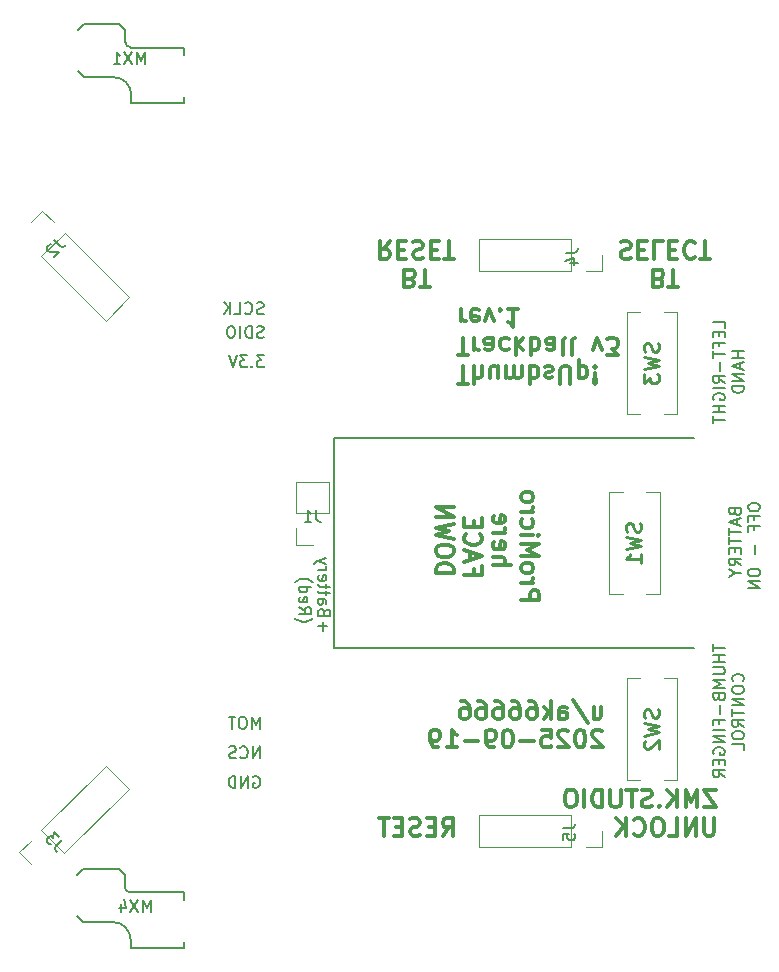
<source format=gbr>
G04 #@! TF.GenerationSoftware,KiCad,Pcbnew,9.0.2*
G04 #@! TF.CreationDate,2025-09-19T14:38:59-04:00*
G04 #@! TF.ProjectId,Trackball,54726163-6b62-4616-9c6c-2e6b69636164,rev?*
G04 #@! TF.SameCoordinates,Original*
G04 #@! TF.FileFunction,Legend,Bot*
G04 #@! TF.FilePolarity,Positive*
%FSLAX46Y46*%
G04 Gerber Fmt 4.6, Leading zero omitted, Abs format (unit mm)*
G04 Created by KiCad (PCBNEW 9.0.2) date 2025-09-19 14:38:59*
%MOMM*%
%LPD*%
G01*
G04 APERTURE LIST*
%ADD10C,0.300000*%
%ADD11C,0.150000*%
%ADD12C,0.254000*%
%ADD13C,0.120000*%
%ADD14C,0.100000*%
G04 APERTURE END LIST*
D10*
X150343919Y-106457142D02*
X151843919Y-106457142D01*
X151843919Y-106457142D02*
X151843919Y-105885713D01*
X151843919Y-105885713D02*
X151772490Y-105742856D01*
X151772490Y-105742856D02*
X151701062Y-105671427D01*
X151701062Y-105671427D02*
X151558205Y-105599999D01*
X151558205Y-105599999D02*
X151343919Y-105599999D01*
X151343919Y-105599999D02*
X151201062Y-105671427D01*
X151201062Y-105671427D02*
X151129633Y-105742856D01*
X151129633Y-105742856D02*
X151058205Y-105885713D01*
X151058205Y-105885713D02*
X151058205Y-106457142D01*
X150343919Y-104957142D02*
X151343919Y-104957142D01*
X151058205Y-104957142D02*
X151201062Y-104885713D01*
X151201062Y-104885713D02*
X151272490Y-104814285D01*
X151272490Y-104814285D02*
X151343919Y-104671427D01*
X151343919Y-104671427D02*
X151343919Y-104528570D01*
X150343919Y-103814285D02*
X150415348Y-103957142D01*
X150415348Y-103957142D02*
X150486776Y-104028571D01*
X150486776Y-104028571D02*
X150629633Y-104099999D01*
X150629633Y-104099999D02*
X151058205Y-104099999D01*
X151058205Y-104099999D02*
X151201062Y-104028571D01*
X151201062Y-104028571D02*
X151272490Y-103957142D01*
X151272490Y-103957142D02*
X151343919Y-103814285D01*
X151343919Y-103814285D02*
X151343919Y-103599999D01*
X151343919Y-103599999D02*
X151272490Y-103457142D01*
X151272490Y-103457142D02*
X151201062Y-103385714D01*
X151201062Y-103385714D02*
X151058205Y-103314285D01*
X151058205Y-103314285D02*
X150629633Y-103314285D01*
X150629633Y-103314285D02*
X150486776Y-103385714D01*
X150486776Y-103385714D02*
X150415348Y-103457142D01*
X150415348Y-103457142D02*
X150343919Y-103599999D01*
X150343919Y-103599999D02*
X150343919Y-103814285D01*
X150343919Y-102671428D02*
X151843919Y-102671428D01*
X151843919Y-102671428D02*
X150772490Y-102171428D01*
X150772490Y-102171428D02*
X151843919Y-101671428D01*
X151843919Y-101671428D02*
X150343919Y-101671428D01*
X150343919Y-100957142D02*
X151343919Y-100957142D01*
X151843919Y-100957142D02*
X151772490Y-101028570D01*
X151772490Y-101028570D02*
X151701062Y-100957142D01*
X151701062Y-100957142D02*
X151772490Y-100885713D01*
X151772490Y-100885713D02*
X151843919Y-100957142D01*
X151843919Y-100957142D02*
X151701062Y-100957142D01*
X150415348Y-99599999D02*
X150343919Y-99742856D01*
X150343919Y-99742856D02*
X150343919Y-100028570D01*
X150343919Y-100028570D02*
X150415348Y-100171427D01*
X150415348Y-100171427D02*
X150486776Y-100242856D01*
X150486776Y-100242856D02*
X150629633Y-100314284D01*
X150629633Y-100314284D02*
X151058205Y-100314284D01*
X151058205Y-100314284D02*
X151201062Y-100242856D01*
X151201062Y-100242856D02*
X151272490Y-100171427D01*
X151272490Y-100171427D02*
X151343919Y-100028570D01*
X151343919Y-100028570D02*
X151343919Y-99742856D01*
X151343919Y-99742856D02*
X151272490Y-99599999D01*
X150343919Y-98957142D02*
X151343919Y-98957142D01*
X151058205Y-98957142D02*
X151201062Y-98885713D01*
X151201062Y-98885713D02*
X151272490Y-98814285D01*
X151272490Y-98814285D02*
X151343919Y-98671427D01*
X151343919Y-98671427D02*
X151343919Y-98528570D01*
X150343919Y-97814285D02*
X150415348Y-97957142D01*
X150415348Y-97957142D02*
X150486776Y-98028571D01*
X150486776Y-98028571D02*
X150629633Y-98099999D01*
X150629633Y-98099999D02*
X151058205Y-98099999D01*
X151058205Y-98099999D02*
X151201062Y-98028571D01*
X151201062Y-98028571D02*
X151272490Y-97957142D01*
X151272490Y-97957142D02*
X151343919Y-97814285D01*
X151343919Y-97814285D02*
X151343919Y-97599999D01*
X151343919Y-97599999D02*
X151272490Y-97457142D01*
X151272490Y-97457142D02*
X151201062Y-97385714D01*
X151201062Y-97385714D02*
X151058205Y-97314285D01*
X151058205Y-97314285D02*
X150629633Y-97314285D01*
X150629633Y-97314285D02*
X150486776Y-97385714D01*
X150486776Y-97385714D02*
X150415348Y-97457142D01*
X150415348Y-97457142D02*
X150343919Y-97599999D01*
X150343919Y-97599999D02*
X150343919Y-97814285D01*
X147929003Y-103421428D02*
X149429003Y-103421428D01*
X147929003Y-102778571D02*
X148714717Y-102778571D01*
X148714717Y-102778571D02*
X148857574Y-102849999D01*
X148857574Y-102849999D02*
X148929003Y-102992856D01*
X148929003Y-102992856D02*
X148929003Y-103207142D01*
X148929003Y-103207142D02*
X148857574Y-103349999D01*
X148857574Y-103349999D02*
X148786146Y-103421428D01*
X148000432Y-101492856D02*
X147929003Y-101635713D01*
X147929003Y-101635713D02*
X147929003Y-101921428D01*
X147929003Y-101921428D02*
X148000432Y-102064285D01*
X148000432Y-102064285D02*
X148143289Y-102135713D01*
X148143289Y-102135713D02*
X148714717Y-102135713D01*
X148714717Y-102135713D02*
X148857574Y-102064285D01*
X148857574Y-102064285D02*
X148929003Y-101921428D01*
X148929003Y-101921428D02*
X148929003Y-101635713D01*
X148929003Y-101635713D02*
X148857574Y-101492856D01*
X148857574Y-101492856D02*
X148714717Y-101421428D01*
X148714717Y-101421428D02*
X148571860Y-101421428D01*
X148571860Y-101421428D02*
X148429003Y-102135713D01*
X147929003Y-100778571D02*
X148929003Y-100778571D01*
X148643289Y-100778571D02*
X148786146Y-100707142D01*
X148786146Y-100707142D02*
X148857574Y-100635714D01*
X148857574Y-100635714D02*
X148929003Y-100492856D01*
X148929003Y-100492856D02*
X148929003Y-100349999D01*
X148000432Y-99278571D02*
X147929003Y-99421428D01*
X147929003Y-99421428D02*
X147929003Y-99707143D01*
X147929003Y-99707143D02*
X148000432Y-99850000D01*
X148000432Y-99850000D02*
X148143289Y-99921428D01*
X148143289Y-99921428D02*
X148714717Y-99921428D01*
X148714717Y-99921428D02*
X148857574Y-99850000D01*
X148857574Y-99850000D02*
X148929003Y-99707143D01*
X148929003Y-99707143D02*
X148929003Y-99421428D01*
X148929003Y-99421428D02*
X148857574Y-99278571D01*
X148857574Y-99278571D02*
X148714717Y-99207143D01*
X148714717Y-99207143D02*
X148571860Y-99207143D01*
X148571860Y-99207143D02*
X148429003Y-99921428D01*
X146299801Y-103778571D02*
X146299801Y-104278571D01*
X145514087Y-104278571D02*
X147014087Y-104278571D01*
X147014087Y-104278571D02*
X147014087Y-103564285D01*
X145942658Y-103064285D02*
X145942658Y-102350000D01*
X145514087Y-103207142D02*
X147014087Y-102707142D01*
X147014087Y-102707142D02*
X145514087Y-102207142D01*
X145656944Y-100850000D02*
X145585516Y-100921428D01*
X145585516Y-100921428D02*
X145514087Y-101135714D01*
X145514087Y-101135714D02*
X145514087Y-101278571D01*
X145514087Y-101278571D02*
X145585516Y-101492857D01*
X145585516Y-101492857D02*
X145728373Y-101635714D01*
X145728373Y-101635714D02*
X145871230Y-101707143D01*
X145871230Y-101707143D02*
X146156944Y-101778571D01*
X146156944Y-101778571D02*
X146371230Y-101778571D01*
X146371230Y-101778571D02*
X146656944Y-101707143D01*
X146656944Y-101707143D02*
X146799801Y-101635714D01*
X146799801Y-101635714D02*
X146942658Y-101492857D01*
X146942658Y-101492857D02*
X147014087Y-101278571D01*
X147014087Y-101278571D02*
X147014087Y-101135714D01*
X147014087Y-101135714D02*
X146942658Y-100921428D01*
X146942658Y-100921428D02*
X146871230Y-100850000D01*
X146299801Y-100207143D02*
X146299801Y-99707143D01*
X145514087Y-99492857D02*
X145514087Y-100207143D01*
X145514087Y-100207143D02*
X147014087Y-100207143D01*
X147014087Y-100207143D02*
X147014087Y-99492857D01*
X143099171Y-104171429D02*
X144599171Y-104171429D01*
X144599171Y-104171429D02*
X144599171Y-103814286D01*
X144599171Y-103814286D02*
X144527742Y-103600000D01*
X144527742Y-103600000D02*
X144384885Y-103457143D01*
X144384885Y-103457143D02*
X144242028Y-103385714D01*
X144242028Y-103385714D02*
X143956314Y-103314286D01*
X143956314Y-103314286D02*
X143742028Y-103314286D01*
X143742028Y-103314286D02*
X143456314Y-103385714D01*
X143456314Y-103385714D02*
X143313457Y-103457143D01*
X143313457Y-103457143D02*
X143170600Y-103600000D01*
X143170600Y-103600000D02*
X143099171Y-103814286D01*
X143099171Y-103814286D02*
X143099171Y-104171429D01*
X144599171Y-102385714D02*
X144599171Y-102100000D01*
X144599171Y-102100000D02*
X144527742Y-101957143D01*
X144527742Y-101957143D02*
X144384885Y-101814286D01*
X144384885Y-101814286D02*
X144099171Y-101742857D01*
X144099171Y-101742857D02*
X143599171Y-101742857D01*
X143599171Y-101742857D02*
X143313457Y-101814286D01*
X143313457Y-101814286D02*
X143170600Y-101957143D01*
X143170600Y-101957143D02*
X143099171Y-102100000D01*
X143099171Y-102100000D02*
X143099171Y-102385714D01*
X143099171Y-102385714D02*
X143170600Y-102528572D01*
X143170600Y-102528572D02*
X143313457Y-102671429D01*
X143313457Y-102671429D02*
X143599171Y-102742857D01*
X143599171Y-102742857D02*
X144099171Y-102742857D01*
X144099171Y-102742857D02*
X144384885Y-102671429D01*
X144384885Y-102671429D02*
X144527742Y-102528572D01*
X144527742Y-102528572D02*
X144599171Y-102385714D01*
X144599171Y-101242857D02*
X143099171Y-100885714D01*
X143099171Y-100885714D02*
X144170600Y-100600000D01*
X144170600Y-100600000D02*
X143099171Y-100314285D01*
X143099171Y-100314285D02*
X144599171Y-99957143D01*
X143099171Y-99385714D02*
X144599171Y-99385714D01*
X144599171Y-99385714D02*
X143099171Y-98528571D01*
X143099171Y-98528571D02*
X144599171Y-98528571D01*
D11*
X167559875Y-83385714D02*
X167559875Y-82909524D01*
X167559875Y-82909524D02*
X166559875Y-82909524D01*
X167036065Y-83719048D02*
X167036065Y-84052381D01*
X167559875Y-84195238D02*
X167559875Y-83719048D01*
X167559875Y-83719048D02*
X166559875Y-83719048D01*
X166559875Y-83719048D02*
X166559875Y-84195238D01*
X167036065Y-84957143D02*
X167036065Y-84623810D01*
X167559875Y-84623810D02*
X166559875Y-84623810D01*
X166559875Y-84623810D02*
X166559875Y-85100000D01*
X166559875Y-85338096D02*
X166559875Y-85909524D01*
X167559875Y-85623810D02*
X166559875Y-85623810D01*
X167178922Y-86242858D02*
X167178922Y-87004763D01*
X167559875Y-88052381D02*
X167083684Y-87719048D01*
X167559875Y-87480953D02*
X166559875Y-87480953D01*
X166559875Y-87480953D02*
X166559875Y-87861905D01*
X166559875Y-87861905D02*
X166607494Y-87957143D01*
X166607494Y-87957143D02*
X166655113Y-88004762D01*
X166655113Y-88004762D02*
X166750351Y-88052381D01*
X166750351Y-88052381D02*
X166893208Y-88052381D01*
X166893208Y-88052381D02*
X166988446Y-88004762D01*
X166988446Y-88004762D02*
X167036065Y-87957143D01*
X167036065Y-87957143D02*
X167083684Y-87861905D01*
X167083684Y-87861905D02*
X167083684Y-87480953D01*
X167559875Y-88480953D02*
X166559875Y-88480953D01*
X166607494Y-89480952D02*
X166559875Y-89385714D01*
X166559875Y-89385714D02*
X166559875Y-89242857D01*
X166559875Y-89242857D02*
X166607494Y-89100000D01*
X166607494Y-89100000D02*
X166702732Y-89004762D01*
X166702732Y-89004762D02*
X166797970Y-88957143D01*
X166797970Y-88957143D02*
X166988446Y-88909524D01*
X166988446Y-88909524D02*
X167131303Y-88909524D01*
X167131303Y-88909524D02*
X167321779Y-88957143D01*
X167321779Y-88957143D02*
X167417017Y-89004762D01*
X167417017Y-89004762D02*
X167512256Y-89100000D01*
X167512256Y-89100000D02*
X167559875Y-89242857D01*
X167559875Y-89242857D02*
X167559875Y-89338095D01*
X167559875Y-89338095D02*
X167512256Y-89480952D01*
X167512256Y-89480952D02*
X167464636Y-89528571D01*
X167464636Y-89528571D02*
X167131303Y-89528571D01*
X167131303Y-89528571D02*
X167131303Y-89338095D01*
X167559875Y-89957143D02*
X166559875Y-89957143D01*
X167036065Y-89957143D02*
X167036065Y-90528571D01*
X167559875Y-90528571D02*
X166559875Y-90528571D01*
X166559875Y-90861905D02*
X166559875Y-91433333D01*
X167559875Y-91147619D02*
X166559875Y-91147619D01*
X169169819Y-85361905D02*
X168169819Y-85361905D01*
X168646009Y-85361905D02*
X168646009Y-85933333D01*
X169169819Y-85933333D02*
X168169819Y-85933333D01*
X168884104Y-86361905D02*
X168884104Y-86838095D01*
X169169819Y-86266667D02*
X168169819Y-86600000D01*
X168169819Y-86600000D02*
X169169819Y-86933333D01*
X169169819Y-87266667D02*
X168169819Y-87266667D01*
X168169819Y-87266667D02*
X169169819Y-87838095D01*
X169169819Y-87838095D02*
X168169819Y-87838095D01*
X169169819Y-88314286D02*
X168169819Y-88314286D01*
X168169819Y-88314286D02*
X168169819Y-88552381D01*
X168169819Y-88552381D02*
X168217438Y-88695238D01*
X168217438Y-88695238D02*
X168312676Y-88790476D01*
X168312676Y-88790476D02*
X168407914Y-88838095D01*
X168407914Y-88838095D02*
X168598390Y-88885714D01*
X168598390Y-88885714D02*
X168741247Y-88885714D01*
X168741247Y-88885714D02*
X168931723Y-88838095D01*
X168931723Y-88838095D02*
X169026961Y-88790476D01*
X169026961Y-88790476D02*
X169122200Y-88695238D01*
X169122200Y-88695238D02*
X169169819Y-88552381D01*
X169169819Y-88552381D02*
X169169819Y-88314286D01*
X133521077Y-109013220D02*
X133521077Y-108251316D01*
X133140124Y-108632268D02*
X133902029Y-108632268D01*
X133663934Y-107441792D02*
X133616315Y-107298935D01*
X133616315Y-107298935D02*
X133568696Y-107251316D01*
X133568696Y-107251316D02*
X133473458Y-107203697D01*
X133473458Y-107203697D02*
X133330601Y-107203697D01*
X133330601Y-107203697D02*
X133235363Y-107251316D01*
X133235363Y-107251316D02*
X133187744Y-107298935D01*
X133187744Y-107298935D02*
X133140124Y-107394173D01*
X133140124Y-107394173D02*
X133140124Y-107775125D01*
X133140124Y-107775125D02*
X134140124Y-107775125D01*
X134140124Y-107775125D02*
X134140124Y-107441792D01*
X134140124Y-107441792D02*
X134092505Y-107346554D01*
X134092505Y-107346554D02*
X134044886Y-107298935D01*
X134044886Y-107298935D02*
X133949648Y-107251316D01*
X133949648Y-107251316D02*
X133854410Y-107251316D01*
X133854410Y-107251316D02*
X133759172Y-107298935D01*
X133759172Y-107298935D02*
X133711553Y-107346554D01*
X133711553Y-107346554D02*
X133663934Y-107441792D01*
X133663934Y-107441792D02*
X133663934Y-107775125D01*
X133140124Y-106346554D02*
X133663934Y-106346554D01*
X133663934Y-106346554D02*
X133759172Y-106394173D01*
X133759172Y-106394173D02*
X133806791Y-106489411D01*
X133806791Y-106489411D02*
X133806791Y-106679887D01*
X133806791Y-106679887D02*
X133759172Y-106775125D01*
X133187744Y-106346554D02*
X133140124Y-106441792D01*
X133140124Y-106441792D02*
X133140124Y-106679887D01*
X133140124Y-106679887D02*
X133187744Y-106775125D01*
X133187744Y-106775125D02*
X133282982Y-106822744D01*
X133282982Y-106822744D02*
X133378220Y-106822744D01*
X133378220Y-106822744D02*
X133473458Y-106775125D01*
X133473458Y-106775125D02*
X133521077Y-106679887D01*
X133521077Y-106679887D02*
X133521077Y-106441792D01*
X133521077Y-106441792D02*
X133568696Y-106346554D01*
X133806791Y-106013220D02*
X133806791Y-105632268D01*
X134140124Y-105870363D02*
X133282982Y-105870363D01*
X133282982Y-105870363D02*
X133187744Y-105822744D01*
X133187744Y-105822744D02*
X133140124Y-105727506D01*
X133140124Y-105727506D02*
X133140124Y-105632268D01*
X133806791Y-105441791D02*
X133806791Y-105060839D01*
X134140124Y-105298934D02*
X133282982Y-105298934D01*
X133282982Y-105298934D02*
X133187744Y-105251315D01*
X133187744Y-105251315D02*
X133140124Y-105156077D01*
X133140124Y-105156077D02*
X133140124Y-105060839D01*
X133187744Y-104346553D02*
X133140124Y-104441791D01*
X133140124Y-104441791D02*
X133140124Y-104632267D01*
X133140124Y-104632267D02*
X133187744Y-104727505D01*
X133187744Y-104727505D02*
X133282982Y-104775124D01*
X133282982Y-104775124D02*
X133663934Y-104775124D01*
X133663934Y-104775124D02*
X133759172Y-104727505D01*
X133759172Y-104727505D02*
X133806791Y-104632267D01*
X133806791Y-104632267D02*
X133806791Y-104441791D01*
X133806791Y-104441791D02*
X133759172Y-104346553D01*
X133759172Y-104346553D02*
X133663934Y-104298934D01*
X133663934Y-104298934D02*
X133568696Y-104298934D01*
X133568696Y-104298934D02*
X133473458Y-104775124D01*
X133140124Y-103870362D02*
X133806791Y-103870362D01*
X133616315Y-103870362D02*
X133711553Y-103822743D01*
X133711553Y-103822743D02*
X133759172Y-103775124D01*
X133759172Y-103775124D02*
X133806791Y-103679886D01*
X133806791Y-103679886D02*
X133806791Y-103584648D01*
X133806791Y-103346552D02*
X133140124Y-103108457D01*
X133806791Y-102870362D02*
X133140124Y-103108457D01*
X133140124Y-103108457D02*
X132902029Y-103203695D01*
X132902029Y-103203695D02*
X132854410Y-103251314D01*
X132854410Y-103251314D02*
X132806791Y-103346552D01*
X131149228Y-107965601D02*
X131196847Y-108013220D01*
X131196847Y-108013220D02*
X131339704Y-108108458D01*
X131339704Y-108108458D02*
X131434942Y-108156077D01*
X131434942Y-108156077D02*
X131577800Y-108203696D01*
X131577800Y-108203696D02*
X131815895Y-108251315D01*
X131815895Y-108251315D02*
X132006371Y-108251315D01*
X132006371Y-108251315D02*
X132244466Y-108203696D01*
X132244466Y-108203696D02*
X132387323Y-108156077D01*
X132387323Y-108156077D02*
X132482561Y-108108458D01*
X132482561Y-108108458D02*
X132625419Y-108013220D01*
X132625419Y-108013220D02*
X132673038Y-107965601D01*
X131530180Y-107013220D02*
X132006371Y-107346553D01*
X131530180Y-107584648D02*
X132530180Y-107584648D01*
X132530180Y-107584648D02*
X132530180Y-107203696D01*
X132530180Y-107203696D02*
X132482561Y-107108458D01*
X132482561Y-107108458D02*
X132434942Y-107060839D01*
X132434942Y-107060839D02*
X132339704Y-107013220D01*
X132339704Y-107013220D02*
X132196847Y-107013220D01*
X132196847Y-107013220D02*
X132101609Y-107060839D01*
X132101609Y-107060839D02*
X132053990Y-107108458D01*
X132053990Y-107108458D02*
X132006371Y-107203696D01*
X132006371Y-107203696D02*
X132006371Y-107584648D01*
X131577800Y-106203696D02*
X131530180Y-106298934D01*
X131530180Y-106298934D02*
X131530180Y-106489410D01*
X131530180Y-106489410D02*
X131577800Y-106584648D01*
X131577800Y-106584648D02*
X131673038Y-106632267D01*
X131673038Y-106632267D02*
X132053990Y-106632267D01*
X132053990Y-106632267D02*
X132149228Y-106584648D01*
X132149228Y-106584648D02*
X132196847Y-106489410D01*
X132196847Y-106489410D02*
X132196847Y-106298934D01*
X132196847Y-106298934D02*
X132149228Y-106203696D01*
X132149228Y-106203696D02*
X132053990Y-106156077D01*
X132053990Y-106156077D02*
X131958752Y-106156077D01*
X131958752Y-106156077D02*
X131863514Y-106632267D01*
X131530180Y-105298934D02*
X132530180Y-105298934D01*
X131577800Y-105298934D02*
X131530180Y-105394172D01*
X131530180Y-105394172D02*
X131530180Y-105584648D01*
X131530180Y-105584648D02*
X131577800Y-105679886D01*
X131577800Y-105679886D02*
X131625419Y-105727505D01*
X131625419Y-105727505D02*
X131720657Y-105775124D01*
X131720657Y-105775124D02*
X132006371Y-105775124D01*
X132006371Y-105775124D02*
X132101609Y-105727505D01*
X132101609Y-105727505D02*
X132149228Y-105679886D01*
X132149228Y-105679886D02*
X132196847Y-105584648D01*
X132196847Y-105584648D02*
X132196847Y-105394172D01*
X132196847Y-105394172D02*
X132149228Y-105298934D01*
X131149228Y-104917981D02*
X131196847Y-104870362D01*
X131196847Y-104870362D02*
X131339704Y-104775124D01*
X131339704Y-104775124D02*
X131434942Y-104727505D01*
X131434942Y-104727505D02*
X131577800Y-104679886D01*
X131577800Y-104679886D02*
X131815895Y-104632267D01*
X131815895Y-104632267D02*
X132006371Y-104632267D01*
X132006371Y-104632267D02*
X132244466Y-104679886D01*
X132244466Y-104679886D02*
X132387323Y-104727505D01*
X132387323Y-104727505D02*
X132482561Y-104775124D01*
X132482561Y-104775124D02*
X132625419Y-104870362D01*
X132625419Y-104870362D02*
X132673038Y-104917981D01*
D10*
X143681203Y-126389828D02*
X144181203Y-125675542D01*
X144538346Y-126389828D02*
X144538346Y-124889828D01*
X144538346Y-124889828D02*
X143966917Y-124889828D01*
X143966917Y-124889828D02*
X143824060Y-124961257D01*
X143824060Y-124961257D02*
X143752631Y-125032685D01*
X143752631Y-125032685D02*
X143681203Y-125175542D01*
X143681203Y-125175542D02*
X143681203Y-125389828D01*
X143681203Y-125389828D02*
X143752631Y-125532685D01*
X143752631Y-125532685D02*
X143824060Y-125604114D01*
X143824060Y-125604114D02*
X143966917Y-125675542D01*
X143966917Y-125675542D02*
X144538346Y-125675542D01*
X143038346Y-125604114D02*
X142538346Y-125604114D01*
X142324060Y-126389828D02*
X143038346Y-126389828D01*
X143038346Y-126389828D02*
X143038346Y-124889828D01*
X143038346Y-124889828D02*
X142324060Y-124889828D01*
X141752631Y-126318400D02*
X141538346Y-126389828D01*
X141538346Y-126389828D02*
X141181203Y-126389828D01*
X141181203Y-126389828D02*
X141038346Y-126318400D01*
X141038346Y-126318400D02*
X140966917Y-126246971D01*
X140966917Y-126246971D02*
X140895488Y-126104114D01*
X140895488Y-126104114D02*
X140895488Y-125961257D01*
X140895488Y-125961257D02*
X140966917Y-125818400D01*
X140966917Y-125818400D02*
X141038346Y-125746971D01*
X141038346Y-125746971D02*
X141181203Y-125675542D01*
X141181203Y-125675542D02*
X141466917Y-125604114D01*
X141466917Y-125604114D02*
X141609774Y-125532685D01*
X141609774Y-125532685D02*
X141681203Y-125461257D01*
X141681203Y-125461257D02*
X141752631Y-125318400D01*
X141752631Y-125318400D02*
X141752631Y-125175542D01*
X141752631Y-125175542D02*
X141681203Y-125032685D01*
X141681203Y-125032685D02*
X141609774Y-124961257D01*
X141609774Y-124961257D02*
X141466917Y-124889828D01*
X141466917Y-124889828D02*
X141109774Y-124889828D01*
X141109774Y-124889828D02*
X140895488Y-124961257D01*
X140252632Y-125604114D02*
X139752632Y-125604114D01*
X139538346Y-126389828D02*
X140252632Y-126389828D01*
X140252632Y-126389828D02*
X140252632Y-124889828D01*
X140252632Y-124889828D02*
X139538346Y-124889828D01*
X139109774Y-124889828D02*
X138252632Y-124889828D01*
X138681203Y-126389828D02*
X138681203Y-124889828D01*
D11*
X128510839Y-82172200D02*
X128367982Y-82219819D01*
X128367982Y-82219819D02*
X128129887Y-82219819D01*
X128129887Y-82219819D02*
X128034649Y-82172200D01*
X128034649Y-82172200D02*
X127987030Y-82124580D01*
X127987030Y-82124580D02*
X127939411Y-82029342D01*
X127939411Y-82029342D02*
X127939411Y-81934104D01*
X127939411Y-81934104D02*
X127987030Y-81838866D01*
X127987030Y-81838866D02*
X128034649Y-81791247D01*
X128034649Y-81791247D02*
X128129887Y-81743628D01*
X128129887Y-81743628D02*
X128320363Y-81696009D01*
X128320363Y-81696009D02*
X128415601Y-81648390D01*
X128415601Y-81648390D02*
X128463220Y-81600771D01*
X128463220Y-81600771D02*
X128510839Y-81505533D01*
X128510839Y-81505533D02*
X128510839Y-81410295D01*
X128510839Y-81410295D02*
X128463220Y-81315057D01*
X128463220Y-81315057D02*
X128415601Y-81267438D01*
X128415601Y-81267438D02*
X128320363Y-81219819D01*
X128320363Y-81219819D02*
X128082268Y-81219819D01*
X128082268Y-81219819D02*
X127939411Y-81267438D01*
X126939411Y-82124580D02*
X126987030Y-82172200D01*
X126987030Y-82172200D02*
X127129887Y-82219819D01*
X127129887Y-82219819D02*
X127225125Y-82219819D01*
X127225125Y-82219819D02*
X127367982Y-82172200D01*
X127367982Y-82172200D02*
X127463220Y-82076961D01*
X127463220Y-82076961D02*
X127510839Y-81981723D01*
X127510839Y-81981723D02*
X127558458Y-81791247D01*
X127558458Y-81791247D02*
X127558458Y-81648390D01*
X127558458Y-81648390D02*
X127510839Y-81457914D01*
X127510839Y-81457914D02*
X127463220Y-81362676D01*
X127463220Y-81362676D02*
X127367982Y-81267438D01*
X127367982Y-81267438D02*
X127225125Y-81219819D01*
X127225125Y-81219819D02*
X127129887Y-81219819D01*
X127129887Y-81219819D02*
X126987030Y-81267438D01*
X126987030Y-81267438D02*
X126939411Y-81315057D01*
X126034649Y-82219819D02*
X126510839Y-82219819D01*
X126510839Y-82219819D02*
X126510839Y-81219819D01*
X125701315Y-82219819D02*
X125701315Y-81219819D01*
X125129887Y-82219819D02*
X125558458Y-81648390D01*
X125129887Y-81219819D02*
X125701315Y-81791247D01*
X166559875Y-110183334D02*
X166559875Y-110754762D01*
X167559875Y-110469048D02*
X166559875Y-110469048D01*
X167559875Y-111088096D02*
X166559875Y-111088096D01*
X167036065Y-111088096D02*
X167036065Y-111659524D01*
X167559875Y-111659524D02*
X166559875Y-111659524D01*
X166559875Y-112135715D02*
X167369398Y-112135715D01*
X167369398Y-112135715D02*
X167464636Y-112183334D01*
X167464636Y-112183334D02*
X167512256Y-112230953D01*
X167512256Y-112230953D02*
X167559875Y-112326191D01*
X167559875Y-112326191D02*
X167559875Y-112516667D01*
X167559875Y-112516667D02*
X167512256Y-112611905D01*
X167512256Y-112611905D02*
X167464636Y-112659524D01*
X167464636Y-112659524D02*
X167369398Y-112707143D01*
X167369398Y-112707143D02*
X166559875Y-112707143D01*
X167559875Y-113183334D02*
X166559875Y-113183334D01*
X166559875Y-113183334D02*
X167274160Y-113516667D01*
X167274160Y-113516667D02*
X166559875Y-113850000D01*
X166559875Y-113850000D02*
X167559875Y-113850000D01*
X167036065Y-114659524D02*
X167083684Y-114802381D01*
X167083684Y-114802381D02*
X167131303Y-114850000D01*
X167131303Y-114850000D02*
X167226541Y-114897619D01*
X167226541Y-114897619D02*
X167369398Y-114897619D01*
X167369398Y-114897619D02*
X167464636Y-114850000D01*
X167464636Y-114850000D02*
X167512256Y-114802381D01*
X167512256Y-114802381D02*
X167559875Y-114707143D01*
X167559875Y-114707143D02*
X167559875Y-114326191D01*
X167559875Y-114326191D02*
X166559875Y-114326191D01*
X166559875Y-114326191D02*
X166559875Y-114659524D01*
X166559875Y-114659524D02*
X166607494Y-114754762D01*
X166607494Y-114754762D02*
X166655113Y-114802381D01*
X166655113Y-114802381D02*
X166750351Y-114850000D01*
X166750351Y-114850000D02*
X166845589Y-114850000D01*
X166845589Y-114850000D02*
X166940827Y-114802381D01*
X166940827Y-114802381D02*
X166988446Y-114754762D01*
X166988446Y-114754762D02*
X167036065Y-114659524D01*
X167036065Y-114659524D02*
X167036065Y-114326191D01*
X167178922Y-115326191D02*
X167178922Y-116088096D01*
X167036065Y-116897619D02*
X167036065Y-116564286D01*
X167559875Y-116564286D02*
X166559875Y-116564286D01*
X166559875Y-116564286D02*
X166559875Y-117040476D01*
X167559875Y-117421429D02*
X166559875Y-117421429D01*
X167559875Y-117897619D02*
X166559875Y-117897619D01*
X166559875Y-117897619D02*
X167559875Y-118469047D01*
X167559875Y-118469047D02*
X166559875Y-118469047D01*
X166607494Y-119469047D02*
X166559875Y-119373809D01*
X166559875Y-119373809D02*
X166559875Y-119230952D01*
X166559875Y-119230952D02*
X166607494Y-119088095D01*
X166607494Y-119088095D02*
X166702732Y-118992857D01*
X166702732Y-118992857D02*
X166797970Y-118945238D01*
X166797970Y-118945238D02*
X166988446Y-118897619D01*
X166988446Y-118897619D02*
X167131303Y-118897619D01*
X167131303Y-118897619D02*
X167321779Y-118945238D01*
X167321779Y-118945238D02*
X167417017Y-118992857D01*
X167417017Y-118992857D02*
X167512256Y-119088095D01*
X167512256Y-119088095D02*
X167559875Y-119230952D01*
X167559875Y-119230952D02*
X167559875Y-119326190D01*
X167559875Y-119326190D02*
X167512256Y-119469047D01*
X167512256Y-119469047D02*
X167464636Y-119516666D01*
X167464636Y-119516666D02*
X167131303Y-119516666D01*
X167131303Y-119516666D02*
X167131303Y-119326190D01*
X167036065Y-119945238D02*
X167036065Y-120278571D01*
X167559875Y-120421428D02*
X167559875Y-119945238D01*
X167559875Y-119945238D02*
X166559875Y-119945238D01*
X166559875Y-119945238D02*
X166559875Y-120421428D01*
X167559875Y-121421428D02*
X167083684Y-121088095D01*
X167559875Y-120850000D02*
X166559875Y-120850000D01*
X166559875Y-120850000D02*
X166559875Y-121230952D01*
X166559875Y-121230952D02*
X166607494Y-121326190D01*
X166607494Y-121326190D02*
X166655113Y-121373809D01*
X166655113Y-121373809D02*
X166750351Y-121421428D01*
X166750351Y-121421428D02*
X166893208Y-121421428D01*
X166893208Y-121421428D02*
X166988446Y-121373809D01*
X166988446Y-121373809D02*
X167036065Y-121326190D01*
X167036065Y-121326190D02*
X167083684Y-121230952D01*
X167083684Y-121230952D02*
X167083684Y-120850000D01*
X169074580Y-113302380D02*
X169122200Y-113254761D01*
X169122200Y-113254761D02*
X169169819Y-113111904D01*
X169169819Y-113111904D02*
X169169819Y-113016666D01*
X169169819Y-113016666D02*
X169122200Y-112873809D01*
X169122200Y-112873809D02*
X169026961Y-112778571D01*
X169026961Y-112778571D02*
X168931723Y-112730952D01*
X168931723Y-112730952D02*
X168741247Y-112683333D01*
X168741247Y-112683333D02*
X168598390Y-112683333D01*
X168598390Y-112683333D02*
X168407914Y-112730952D01*
X168407914Y-112730952D02*
X168312676Y-112778571D01*
X168312676Y-112778571D02*
X168217438Y-112873809D01*
X168217438Y-112873809D02*
X168169819Y-113016666D01*
X168169819Y-113016666D02*
X168169819Y-113111904D01*
X168169819Y-113111904D02*
X168217438Y-113254761D01*
X168217438Y-113254761D02*
X168265057Y-113302380D01*
X168169819Y-113921428D02*
X168169819Y-114111904D01*
X168169819Y-114111904D02*
X168217438Y-114207142D01*
X168217438Y-114207142D02*
X168312676Y-114302380D01*
X168312676Y-114302380D02*
X168503152Y-114349999D01*
X168503152Y-114349999D02*
X168836485Y-114349999D01*
X168836485Y-114349999D02*
X169026961Y-114302380D01*
X169026961Y-114302380D02*
X169122200Y-114207142D01*
X169122200Y-114207142D02*
X169169819Y-114111904D01*
X169169819Y-114111904D02*
X169169819Y-113921428D01*
X169169819Y-113921428D02*
X169122200Y-113826190D01*
X169122200Y-113826190D02*
X169026961Y-113730952D01*
X169026961Y-113730952D02*
X168836485Y-113683333D01*
X168836485Y-113683333D02*
X168503152Y-113683333D01*
X168503152Y-113683333D02*
X168312676Y-113730952D01*
X168312676Y-113730952D02*
X168217438Y-113826190D01*
X168217438Y-113826190D02*
X168169819Y-113921428D01*
X169169819Y-114778571D02*
X168169819Y-114778571D01*
X168169819Y-114778571D02*
X169169819Y-115349999D01*
X169169819Y-115349999D02*
X168169819Y-115349999D01*
X168169819Y-115683333D02*
X168169819Y-116254761D01*
X169169819Y-115969047D02*
X168169819Y-115969047D01*
X169169819Y-117159523D02*
X168693628Y-116826190D01*
X169169819Y-116588095D02*
X168169819Y-116588095D01*
X168169819Y-116588095D02*
X168169819Y-116969047D01*
X168169819Y-116969047D02*
X168217438Y-117064285D01*
X168217438Y-117064285D02*
X168265057Y-117111904D01*
X168265057Y-117111904D02*
X168360295Y-117159523D01*
X168360295Y-117159523D02*
X168503152Y-117159523D01*
X168503152Y-117159523D02*
X168598390Y-117111904D01*
X168598390Y-117111904D02*
X168646009Y-117064285D01*
X168646009Y-117064285D02*
X168693628Y-116969047D01*
X168693628Y-116969047D02*
X168693628Y-116588095D01*
X168169819Y-117778571D02*
X168169819Y-117969047D01*
X168169819Y-117969047D02*
X168217438Y-118064285D01*
X168217438Y-118064285D02*
X168312676Y-118159523D01*
X168312676Y-118159523D02*
X168503152Y-118207142D01*
X168503152Y-118207142D02*
X168836485Y-118207142D01*
X168836485Y-118207142D02*
X169026961Y-118159523D01*
X169026961Y-118159523D02*
X169122200Y-118064285D01*
X169122200Y-118064285D02*
X169169819Y-117969047D01*
X169169819Y-117969047D02*
X169169819Y-117778571D01*
X169169819Y-117778571D02*
X169122200Y-117683333D01*
X169122200Y-117683333D02*
X169026961Y-117588095D01*
X169026961Y-117588095D02*
X168836485Y-117540476D01*
X168836485Y-117540476D02*
X168503152Y-117540476D01*
X168503152Y-117540476D02*
X168312676Y-117588095D01*
X168312676Y-117588095D02*
X168217438Y-117683333D01*
X168217438Y-117683333D02*
X168169819Y-117778571D01*
X169169819Y-119111904D02*
X169169819Y-118635714D01*
X169169819Y-118635714D02*
X168169819Y-118635714D01*
X127639411Y-121367438D02*
X127734649Y-121319819D01*
X127734649Y-121319819D02*
X127877506Y-121319819D01*
X127877506Y-121319819D02*
X128020363Y-121367438D01*
X128020363Y-121367438D02*
X128115601Y-121462676D01*
X128115601Y-121462676D02*
X128163220Y-121557914D01*
X128163220Y-121557914D02*
X128210839Y-121748390D01*
X128210839Y-121748390D02*
X128210839Y-121891247D01*
X128210839Y-121891247D02*
X128163220Y-122081723D01*
X128163220Y-122081723D02*
X128115601Y-122176961D01*
X128115601Y-122176961D02*
X128020363Y-122272200D01*
X128020363Y-122272200D02*
X127877506Y-122319819D01*
X127877506Y-122319819D02*
X127782268Y-122319819D01*
X127782268Y-122319819D02*
X127639411Y-122272200D01*
X127639411Y-122272200D02*
X127591792Y-122224580D01*
X127591792Y-122224580D02*
X127591792Y-121891247D01*
X127591792Y-121891247D02*
X127782268Y-121891247D01*
X127163220Y-122319819D02*
X127163220Y-121319819D01*
X127163220Y-121319819D02*
X126591792Y-122319819D01*
X126591792Y-122319819D02*
X126591792Y-121319819D01*
X126115601Y-122319819D02*
X126115601Y-121319819D01*
X126115601Y-121319819D02*
X125877506Y-121319819D01*
X125877506Y-121319819D02*
X125734649Y-121367438D01*
X125734649Y-121367438D02*
X125639411Y-121462676D01*
X125639411Y-121462676D02*
X125591792Y-121557914D01*
X125591792Y-121557914D02*
X125544173Y-121748390D01*
X125544173Y-121748390D02*
X125544173Y-121891247D01*
X125544173Y-121891247D02*
X125591792Y-122081723D01*
X125591792Y-122081723D02*
X125639411Y-122176961D01*
X125639411Y-122176961D02*
X125734649Y-122272200D01*
X125734649Y-122272200D02*
X125877506Y-122319819D01*
X125877506Y-122319819D02*
X126115601Y-122319819D01*
D10*
X166802633Y-122474912D02*
X165802633Y-122474912D01*
X165802633Y-122474912D02*
X166802633Y-123974912D01*
X166802633Y-123974912D02*
X165802633Y-123974912D01*
X165231205Y-123974912D02*
X165231205Y-122474912D01*
X165231205Y-122474912D02*
X164731205Y-123546341D01*
X164731205Y-123546341D02*
X164231205Y-122474912D01*
X164231205Y-122474912D02*
X164231205Y-123974912D01*
X163516919Y-123974912D02*
X163516919Y-122474912D01*
X162659776Y-123974912D02*
X163302633Y-123117769D01*
X162659776Y-122474912D02*
X163516919Y-123332055D01*
X162016919Y-123832055D02*
X161945490Y-123903484D01*
X161945490Y-123903484D02*
X162016919Y-123974912D01*
X162016919Y-123974912D02*
X162088347Y-123903484D01*
X162088347Y-123903484D02*
X162016919Y-123832055D01*
X162016919Y-123832055D02*
X162016919Y-123974912D01*
X161374061Y-123903484D02*
X161159776Y-123974912D01*
X161159776Y-123974912D02*
X160802633Y-123974912D01*
X160802633Y-123974912D02*
X160659776Y-123903484D01*
X160659776Y-123903484D02*
X160588347Y-123832055D01*
X160588347Y-123832055D02*
X160516918Y-123689198D01*
X160516918Y-123689198D02*
X160516918Y-123546341D01*
X160516918Y-123546341D02*
X160588347Y-123403484D01*
X160588347Y-123403484D02*
X160659776Y-123332055D01*
X160659776Y-123332055D02*
X160802633Y-123260626D01*
X160802633Y-123260626D02*
X161088347Y-123189198D01*
X161088347Y-123189198D02*
X161231204Y-123117769D01*
X161231204Y-123117769D02*
X161302633Y-123046341D01*
X161302633Y-123046341D02*
X161374061Y-122903484D01*
X161374061Y-122903484D02*
X161374061Y-122760626D01*
X161374061Y-122760626D02*
X161302633Y-122617769D01*
X161302633Y-122617769D02*
X161231204Y-122546341D01*
X161231204Y-122546341D02*
X161088347Y-122474912D01*
X161088347Y-122474912D02*
X160731204Y-122474912D01*
X160731204Y-122474912D02*
X160516918Y-122546341D01*
X160088347Y-122474912D02*
X159231205Y-122474912D01*
X159659776Y-123974912D02*
X159659776Y-122474912D01*
X158731205Y-122474912D02*
X158731205Y-123689198D01*
X158731205Y-123689198D02*
X158659776Y-123832055D01*
X158659776Y-123832055D02*
X158588348Y-123903484D01*
X158588348Y-123903484D02*
X158445490Y-123974912D01*
X158445490Y-123974912D02*
X158159776Y-123974912D01*
X158159776Y-123974912D02*
X158016919Y-123903484D01*
X158016919Y-123903484D02*
X157945490Y-123832055D01*
X157945490Y-123832055D02*
X157874062Y-123689198D01*
X157874062Y-123689198D02*
X157874062Y-122474912D01*
X157159776Y-123974912D02*
X157159776Y-122474912D01*
X157159776Y-122474912D02*
X156802633Y-122474912D01*
X156802633Y-122474912D02*
X156588347Y-122546341D01*
X156588347Y-122546341D02*
X156445490Y-122689198D01*
X156445490Y-122689198D02*
X156374061Y-122832055D01*
X156374061Y-122832055D02*
X156302633Y-123117769D01*
X156302633Y-123117769D02*
X156302633Y-123332055D01*
X156302633Y-123332055D02*
X156374061Y-123617769D01*
X156374061Y-123617769D02*
X156445490Y-123760626D01*
X156445490Y-123760626D02*
X156588347Y-123903484D01*
X156588347Y-123903484D02*
X156802633Y-123974912D01*
X156802633Y-123974912D02*
X157159776Y-123974912D01*
X155659776Y-123974912D02*
X155659776Y-122474912D01*
X154659775Y-122474912D02*
X154374061Y-122474912D01*
X154374061Y-122474912D02*
X154231204Y-122546341D01*
X154231204Y-122546341D02*
X154088347Y-122689198D01*
X154088347Y-122689198D02*
X154016918Y-122974912D01*
X154016918Y-122974912D02*
X154016918Y-123474912D01*
X154016918Y-123474912D02*
X154088347Y-123760626D01*
X154088347Y-123760626D02*
X154231204Y-123903484D01*
X154231204Y-123903484D02*
X154374061Y-123974912D01*
X154374061Y-123974912D02*
X154659775Y-123974912D01*
X154659775Y-123974912D02*
X154802633Y-123903484D01*
X154802633Y-123903484D02*
X154945490Y-123760626D01*
X154945490Y-123760626D02*
X155016918Y-123474912D01*
X155016918Y-123474912D02*
X155016918Y-122974912D01*
X155016918Y-122974912D02*
X154945490Y-122689198D01*
X154945490Y-122689198D02*
X154802633Y-122546341D01*
X154802633Y-122546341D02*
X154659775Y-122474912D01*
X166659776Y-124889828D02*
X166659776Y-126104114D01*
X166659776Y-126104114D02*
X166588347Y-126246971D01*
X166588347Y-126246971D02*
X166516919Y-126318400D01*
X166516919Y-126318400D02*
X166374061Y-126389828D01*
X166374061Y-126389828D02*
X166088347Y-126389828D01*
X166088347Y-126389828D02*
X165945490Y-126318400D01*
X165945490Y-126318400D02*
X165874061Y-126246971D01*
X165874061Y-126246971D02*
X165802633Y-126104114D01*
X165802633Y-126104114D02*
X165802633Y-124889828D01*
X165088347Y-126389828D02*
X165088347Y-124889828D01*
X165088347Y-124889828D02*
X164231204Y-126389828D01*
X164231204Y-126389828D02*
X164231204Y-124889828D01*
X162802632Y-126389828D02*
X163516918Y-126389828D01*
X163516918Y-126389828D02*
X163516918Y-124889828D01*
X162016917Y-124889828D02*
X161731203Y-124889828D01*
X161731203Y-124889828D02*
X161588346Y-124961257D01*
X161588346Y-124961257D02*
X161445489Y-125104114D01*
X161445489Y-125104114D02*
X161374060Y-125389828D01*
X161374060Y-125389828D02*
X161374060Y-125889828D01*
X161374060Y-125889828D02*
X161445489Y-126175542D01*
X161445489Y-126175542D02*
X161588346Y-126318400D01*
X161588346Y-126318400D02*
X161731203Y-126389828D01*
X161731203Y-126389828D02*
X162016917Y-126389828D01*
X162016917Y-126389828D02*
X162159775Y-126318400D01*
X162159775Y-126318400D02*
X162302632Y-126175542D01*
X162302632Y-126175542D02*
X162374060Y-125889828D01*
X162374060Y-125889828D02*
X162374060Y-125389828D01*
X162374060Y-125389828D02*
X162302632Y-125104114D01*
X162302632Y-125104114D02*
X162159775Y-124961257D01*
X162159775Y-124961257D02*
X162016917Y-124889828D01*
X159874060Y-126246971D02*
X159945488Y-126318400D01*
X159945488Y-126318400D02*
X160159774Y-126389828D01*
X160159774Y-126389828D02*
X160302631Y-126389828D01*
X160302631Y-126389828D02*
X160516917Y-126318400D01*
X160516917Y-126318400D02*
X160659774Y-126175542D01*
X160659774Y-126175542D02*
X160731203Y-126032685D01*
X160731203Y-126032685D02*
X160802631Y-125746971D01*
X160802631Y-125746971D02*
X160802631Y-125532685D01*
X160802631Y-125532685D02*
X160731203Y-125246971D01*
X160731203Y-125246971D02*
X160659774Y-125104114D01*
X160659774Y-125104114D02*
X160516917Y-124961257D01*
X160516917Y-124961257D02*
X160302631Y-124889828D01*
X160302631Y-124889828D02*
X160159774Y-124889828D01*
X160159774Y-124889828D02*
X159945488Y-124961257D01*
X159945488Y-124961257D02*
X159874060Y-125032685D01*
X159231203Y-126389828D02*
X159231203Y-124889828D01*
X158374060Y-126389828D02*
X159016917Y-125532685D01*
X158374060Y-124889828D02*
X159231203Y-125746971D01*
X156452632Y-115485912D02*
X156452632Y-116485912D01*
X157095489Y-115485912D02*
X157095489Y-116271626D01*
X157095489Y-116271626D02*
X157024060Y-116414484D01*
X157024060Y-116414484D02*
X156881203Y-116485912D01*
X156881203Y-116485912D02*
X156666917Y-116485912D01*
X156666917Y-116485912D02*
X156524060Y-116414484D01*
X156524060Y-116414484D02*
X156452632Y-116343055D01*
X154666917Y-114914484D02*
X155952631Y-116843055D01*
X153524060Y-116485912D02*
X153524060Y-115700198D01*
X153524060Y-115700198D02*
X153595488Y-115557341D01*
X153595488Y-115557341D02*
X153738345Y-115485912D01*
X153738345Y-115485912D02*
X154024060Y-115485912D01*
X154024060Y-115485912D02*
X154166917Y-115557341D01*
X153524060Y-116414484D02*
X153666917Y-116485912D01*
X153666917Y-116485912D02*
X154024060Y-116485912D01*
X154024060Y-116485912D02*
X154166917Y-116414484D01*
X154166917Y-116414484D02*
X154238345Y-116271626D01*
X154238345Y-116271626D02*
X154238345Y-116128769D01*
X154238345Y-116128769D02*
X154166917Y-115985912D01*
X154166917Y-115985912D02*
X154024060Y-115914484D01*
X154024060Y-115914484D02*
X153666917Y-115914484D01*
X153666917Y-115914484D02*
X153524060Y-115843055D01*
X152809774Y-116485912D02*
X152809774Y-114985912D01*
X152666917Y-115914484D02*
X152238345Y-116485912D01*
X152238345Y-115485912D02*
X152809774Y-116057341D01*
X150952631Y-114985912D02*
X151238345Y-114985912D01*
X151238345Y-114985912D02*
X151381202Y-115057341D01*
X151381202Y-115057341D02*
X151452631Y-115128769D01*
X151452631Y-115128769D02*
X151595488Y-115343055D01*
X151595488Y-115343055D02*
X151666916Y-115628769D01*
X151666916Y-115628769D02*
X151666916Y-116200198D01*
X151666916Y-116200198D02*
X151595488Y-116343055D01*
X151595488Y-116343055D02*
X151524059Y-116414484D01*
X151524059Y-116414484D02*
X151381202Y-116485912D01*
X151381202Y-116485912D02*
X151095488Y-116485912D01*
X151095488Y-116485912D02*
X150952631Y-116414484D01*
X150952631Y-116414484D02*
X150881202Y-116343055D01*
X150881202Y-116343055D02*
X150809773Y-116200198D01*
X150809773Y-116200198D02*
X150809773Y-115843055D01*
X150809773Y-115843055D02*
X150881202Y-115700198D01*
X150881202Y-115700198D02*
X150952631Y-115628769D01*
X150952631Y-115628769D02*
X151095488Y-115557341D01*
X151095488Y-115557341D02*
X151381202Y-115557341D01*
X151381202Y-115557341D02*
X151524059Y-115628769D01*
X151524059Y-115628769D02*
X151595488Y-115700198D01*
X151595488Y-115700198D02*
X151666916Y-115843055D01*
X149524060Y-114985912D02*
X149809774Y-114985912D01*
X149809774Y-114985912D02*
X149952631Y-115057341D01*
X149952631Y-115057341D02*
X150024060Y-115128769D01*
X150024060Y-115128769D02*
X150166917Y-115343055D01*
X150166917Y-115343055D02*
X150238345Y-115628769D01*
X150238345Y-115628769D02*
X150238345Y-116200198D01*
X150238345Y-116200198D02*
X150166917Y-116343055D01*
X150166917Y-116343055D02*
X150095488Y-116414484D01*
X150095488Y-116414484D02*
X149952631Y-116485912D01*
X149952631Y-116485912D02*
X149666917Y-116485912D01*
X149666917Y-116485912D02*
X149524060Y-116414484D01*
X149524060Y-116414484D02*
X149452631Y-116343055D01*
X149452631Y-116343055D02*
X149381202Y-116200198D01*
X149381202Y-116200198D02*
X149381202Y-115843055D01*
X149381202Y-115843055D02*
X149452631Y-115700198D01*
X149452631Y-115700198D02*
X149524060Y-115628769D01*
X149524060Y-115628769D02*
X149666917Y-115557341D01*
X149666917Y-115557341D02*
X149952631Y-115557341D01*
X149952631Y-115557341D02*
X150095488Y-115628769D01*
X150095488Y-115628769D02*
X150166917Y-115700198D01*
X150166917Y-115700198D02*
X150238345Y-115843055D01*
X148095489Y-114985912D02*
X148381203Y-114985912D01*
X148381203Y-114985912D02*
X148524060Y-115057341D01*
X148524060Y-115057341D02*
X148595489Y-115128769D01*
X148595489Y-115128769D02*
X148738346Y-115343055D01*
X148738346Y-115343055D02*
X148809774Y-115628769D01*
X148809774Y-115628769D02*
X148809774Y-116200198D01*
X148809774Y-116200198D02*
X148738346Y-116343055D01*
X148738346Y-116343055D02*
X148666917Y-116414484D01*
X148666917Y-116414484D02*
X148524060Y-116485912D01*
X148524060Y-116485912D02*
X148238346Y-116485912D01*
X148238346Y-116485912D02*
X148095489Y-116414484D01*
X148095489Y-116414484D02*
X148024060Y-116343055D01*
X148024060Y-116343055D02*
X147952631Y-116200198D01*
X147952631Y-116200198D02*
X147952631Y-115843055D01*
X147952631Y-115843055D02*
X148024060Y-115700198D01*
X148024060Y-115700198D02*
X148095489Y-115628769D01*
X148095489Y-115628769D02*
X148238346Y-115557341D01*
X148238346Y-115557341D02*
X148524060Y-115557341D01*
X148524060Y-115557341D02*
X148666917Y-115628769D01*
X148666917Y-115628769D02*
X148738346Y-115700198D01*
X148738346Y-115700198D02*
X148809774Y-115843055D01*
X146666918Y-114985912D02*
X146952632Y-114985912D01*
X146952632Y-114985912D02*
X147095489Y-115057341D01*
X147095489Y-115057341D02*
X147166918Y-115128769D01*
X147166918Y-115128769D02*
X147309775Y-115343055D01*
X147309775Y-115343055D02*
X147381203Y-115628769D01*
X147381203Y-115628769D02*
X147381203Y-116200198D01*
X147381203Y-116200198D02*
X147309775Y-116343055D01*
X147309775Y-116343055D02*
X147238346Y-116414484D01*
X147238346Y-116414484D02*
X147095489Y-116485912D01*
X147095489Y-116485912D02*
X146809775Y-116485912D01*
X146809775Y-116485912D02*
X146666918Y-116414484D01*
X146666918Y-116414484D02*
X146595489Y-116343055D01*
X146595489Y-116343055D02*
X146524060Y-116200198D01*
X146524060Y-116200198D02*
X146524060Y-115843055D01*
X146524060Y-115843055D02*
X146595489Y-115700198D01*
X146595489Y-115700198D02*
X146666918Y-115628769D01*
X146666918Y-115628769D02*
X146809775Y-115557341D01*
X146809775Y-115557341D02*
X147095489Y-115557341D01*
X147095489Y-115557341D02*
X147238346Y-115628769D01*
X147238346Y-115628769D02*
X147309775Y-115700198D01*
X147309775Y-115700198D02*
X147381203Y-115843055D01*
X145238347Y-114985912D02*
X145524061Y-114985912D01*
X145524061Y-114985912D02*
X145666918Y-115057341D01*
X145666918Y-115057341D02*
X145738347Y-115128769D01*
X145738347Y-115128769D02*
X145881204Y-115343055D01*
X145881204Y-115343055D02*
X145952632Y-115628769D01*
X145952632Y-115628769D02*
X145952632Y-116200198D01*
X145952632Y-116200198D02*
X145881204Y-116343055D01*
X145881204Y-116343055D02*
X145809775Y-116414484D01*
X145809775Y-116414484D02*
X145666918Y-116485912D01*
X145666918Y-116485912D02*
X145381204Y-116485912D01*
X145381204Y-116485912D02*
X145238347Y-116414484D01*
X145238347Y-116414484D02*
X145166918Y-116343055D01*
X145166918Y-116343055D02*
X145095489Y-116200198D01*
X145095489Y-116200198D02*
X145095489Y-115843055D01*
X145095489Y-115843055D02*
X145166918Y-115700198D01*
X145166918Y-115700198D02*
X145238347Y-115628769D01*
X145238347Y-115628769D02*
X145381204Y-115557341D01*
X145381204Y-115557341D02*
X145666918Y-115557341D01*
X145666918Y-115557341D02*
X145809775Y-115628769D01*
X145809775Y-115628769D02*
X145881204Y-115700198D01*
X145881204Y-115700198D02*
X145952632Y-115843055D01*
X157166917Y-117543685D02*
X157095489Y-117472257D01*
X157095489Y-117472257D02*
X156952632Y-117400828D01*
X156952632Y-117400828D02*
X156595489Y-117400828D01*
X156595489Y-117400828D02*
X156452632Y-117472257D01*
X156452632Y-117472257D02*
X156381203Y-117543685D01*
X156381203Y-117543685D02*
X156309774Y-117686542D01*
X156309774Y-117686542D02*
X156309774Y-117829400D01*
X156309774Y-117829400D02*
X156381203Y-118043685D01*
X156381203Y-118043685D02*
X157238346Y-118900828D01*
X157238346Y-118900828D02*
X156309774Y-118900828D01*
X155381203Y-117400828D02*
X155238346Y-117400828D01*
X155238346Y-117400828D02*
X155095489Y-117472257D01*
X155095489Y-117472257D02*
X155024061Y-117543685D01*
X155024061Y-117543685D02*
X154952632Y-117686542D01*
X154952632Y-117686542D02*
X154881203Y-117972257D01*
X154881203Y-117972257D02*
X154881203Y-118329400D01*
X154881203Y-118329400D02*
X154952632Y-118615114D01*
X154952632Y-118615114D02*
X155024061Y-118757971D01*
X155024061Y-118757971D02*
X155095489Y-118829400D01*
X155095489Y-118829400D02*
X155238346Y-118900828D01*
X155238346Y-118900828D02*
X155381203Y-118900828D01*
X155381203Y-118900828D02*
X155524061Y-118829400D01*
X155524061Y-118829400D02*
X155595489Y-118757971D01*
X155595489Y-118757971D02*
X155666918Y-118615114D01*
X155666918Y-118615114D02*
X155738346Y-118329400D01*
X155738346Y-118329400D02*
X155738346Y-117972257D01*
X155738346Y-117972257D02*
X155666918Y-117686542D01*
X155666918Y-117686542D02*
X155595489Y-117543685D01*
X155595489Y-117543685D02*
X155524061Y-117472257D01*
X155524061Y-117472257D02*
X155381203Y-117400828D01*
X154309775Y-117543685D02*
X154238347Y-117472257D01*
X154238347Y-117472257D02*
X154095490Y-117400828D01*
X154095490Y-117400828D02*
X153738347Y-117400828D01*
X153738347Y-117400828D02*
X153595490Y-117472257D01*
X153595490Y-117472257D02*
X153524061Y-117543685D01*
X153524061Y-117543685D02*
X153452632Y-117686542D01*
X153452632Y-117686542D02*
X153452632Y-117829400D01*
X153452632Y-117829400D02*
X153524061Y-118043685D01*
X153524061Y-118043685D02*
X154381204Y-118900828D01*
X154381204Y-118900828D02*
X153452632Y-118900828D01*
X152095490Y-117400828D02*
X152809776Y-117400828D01*
X152809776Y-117400828D02*
X152881204Y-118115114D01*
X152881204Y-118115114D02*
X152809776Y-118043685D01*
X152809776Y-118043685D02*
X152666919Y-117972257D01*
X152666919Y-117972257D02*
X152309776Y-117972257D01*
X152309776Y-117972257D02*
X152166919Y-118043685D01*
X152166919Y-118043685D02*
X152095490Y-118115114D01*
X152095490Y-118115114D02*
X152024061Y-118257971D01*
X152024061Y-118257971D02*
X152024061Y-118615114D01*
X152024061Y-118615114D02*
X152095490Y-118757971D01*
X152095490Y-118757971D02*
X152166919Y-118829400D01*
X152166919Y-118829400D02*
X152309776Y-118900828D01*
X152309776Y-118900828D02*
X152666919Y-118900828D01*
X152666919Y-118900828D02*
X152809776Y-118829400D01*
X152809776Y-118829400D02*
X152881204Y-118757971D01*
X151381205Y-118329400D02*
X150238348Y-118329400D01*
X149238347Y-117400828D02*
X149095490Y-117400828D01*
X149095490Y-117400828D02*
X148952633Y-117472257D01*
X148952633Y-117472257D02*
X148881205Y-117543685D01*
X148881205Y-117543685D02*
X148809776Y-117686542D01*
X148809776Y-117686542D02*
X148738347Y-117972257D01*
X148738347Y-117972257D02*
X148738347Y-118329400D01*
X148738347Y-118329400D02*
X148809776Y-118615114D01*
X148809776Y-118615114D02*
X148881205Y-118757971D01*
X148881205Y-118757971D02*
X148952633Y-118829400D01*
X148952633Y-118829400D02*
X149095490Y-118900828D01*
X149095490Y-118900828D02*
X149238347Y-118900828D01*
X149238347Y-118900828D02*
X149381205Y-118829400D01*
X149381205Y-118829400D02*
X149452633Y-118757971D01*
X149452633Y-118757971D02*
X149524062Y-118615114D01*
X149524062Y-118615114D02*
X149595490Y-118329400D01*
X149595490Y-118329400D02*
X149595490Y-117972257D01*
X149595490Y-117972257D02*
X149524062Y-117686542D01*
X149524062Y-117686542D02*
X149452633Y-117543685D01*
X149452633Y-117543685D02*
X149381205Y-117472257D01*
X149381205Y-117472257D02*
X149238347Y-117400828D01*
X148024062Y-118900828D02*
X147738348Y-118900828D01*
X147738348Y-118900828D02*
X147595491Y-118829400D01*
X147595491Y-118829400D02*
X147524062Y-118757971D01*
X147524062Y-118757971D02*
X147381205Y-118543685D01*
X147381205Y-118543685D02*
X147309776Y-118257971D01*
X147309776Y-118257971D02*
X147309776Y-117686542D01*
X147309776Y-117686542D02*
X147381205Y-117543685D01*
X147381205Y-117543685D02*
X147452634Y-117472257D01*
X147452634Y-117472257D02*
X147595491Y-117400828D01*
X147595491Y-117400828D02*
X147881205Y-117400828D01*
X147881205Y-117400828D02*
X148024062Y-117472257D01*
X148024062Y-117472257D02*
X148095491Y-117543685D01*
X148095491Y-117543685D02*
X148166919Y-117686542D01*
X148166919Y-117686542D02*
X148166919Y-118043685D01*
X148166919Y-118043685D02*
X148095491Y-118186542D01*
X148095491Y-118186542D02*
X148024062Y-118257971D01*
X148024062Y-118257971D02*
X147881205Y-118329400D01*
X147881205Y-118329400D02*
X147595491Y-118329400D01*
X147595491Y-118329400D02*
X147452634Y-118257971D01*
X147452634Y-118257971D02*
X147381205Y-118186542D01*
X147381205Y-118186542D02*
X147309776Y-118043685D01*
X146666920Y-118329400D02*
X145524063Y-118329400D01*
X144024062Y-118900828D02*
X144881205Y-118900828D01*
X144452634Y-118900828D02*
X144452634Y-117400828D01*
X144452634Y-117400828D02*
X144595491Y-117615114D01*
X144595491Y-117615114D02*
X144738348Y-117757971D01*
X144738348Y-117757971D02*
X144881205Y-117829400D01*
X143309777Y-118900828D02*
X143024063Y-118900828D01*
X143024063Y-118900828D02*
X142881206Y-118829400D01*
X142881206Y-118829400D02*
X142809777Y-118757971D01*
X142809777Y-118757971D02*
X142666920Y-118543685D01*
X142666920Y-118543685D02*
X142595491Y-118257971D01*
X142595491Y-118257971D02*
X142595491Y-117686542D01*
X142595491Y-117686542D02*
X142666920Y-117543685D01*
X142666920Y-117543685D02*
X142738349Y-117472257D01*
X142738349Y-117472257D02*
X142881206Y-117400828D01*
X142881206Y-117400828D02*
X143166920Y-117400828D01*
X143166920Y-117400828D02*
X143309777Y-117472257D01*
X143309777Y-117472257D02*
X143381206Y-117543685D01*
X143381206Y-117543685D02*
X143452634Y-117686542D01*
X143452634Y-117686542D02*
X143452634Y-118043685D01*
X143452634Y-118043685D02*
X143381206Y-118186542D01*
X143381206Y-118186542D02*
X143309777Y-118257971D01*
X143309777Y-118257971D02*
X143166920Y-118329400D01*
X143166920Y-118329400D02*
X142881206Y-118329400D01*
X142881206Y-118329400D02*
X142738349Y-118257971D01*
X142738349Y-118257971D02*
X142666920Y-118186542D01*
X142666920Y-118186542D02*
X142595491Y-118043685D01*
D11*
X128558458Y-85719819D02*
X127939411Y-85719819D01*
X127939411Y-85719819D02*
X128272744Y-86100771D01*
X128272744Y-86100771D02*
X128129887Y-86100771D01*
X128129887Y-86100771D02*
X128034649Y-86148390D01*
X128034649Y-86148390D02*
X127987030Y-86196009D01*
X127987030Y-86196009D02*
X127939411Y-86291247D01*
X127939411Y-86291247D02*
X127939411Y-86529342D01*
X127939411Y-86529342D02*
X127987030Y-86624580D01*
X127987030Y-86624580D02*
X128034649Y-86672200D01*
X128034649Y-86672200D02*
X128129887Y-86719819D01*
X128129887Y-86719819D02*
X128415601Y-86719819D01*
X128415601Y-86719819D02*
X128510839Y-86672200D01*
X128510839Y-86672200D02*
X128558458Y-86624580D01*
X127510839Y-86624580D02*
X127463220Y-86672200D01*
X127463220Y-86672200D02*
X127510839Y-86719819D01*
X127510839Y-86719819D02*
X127558458Y-86672200D01*
X127558458Y-86672200D02*
X127510839Y-86624580D01*
X127510839Y-86624580D02*
X127510839Y-86719819D01*
X127129887Y-85719819D02*
X126510840Y-85719819D01*
X126510840Y-85719819D02*
X126844173Y-86100771D01*
X126844173Y-86100771D02*
X126701316Y-86100771D01*
X126701316Y-86100771D02*
X126606078Y-86148390D01*
X126606078Y-86148390D02*
X126558459Y-86196009D01*
X126558459Y-86196009D02*
X126510840Y-86291247D01*
X126510840Y-86291247D02*
X126510840Y-86529342D01*
X126510840Y-86529342D02*
X126558459Y-86624580D01*
X126558459Y-86624580D02*
X126606078Y-86672200D01*
X126606078Y-86672200D02*
X126701316Y-86719819D01*
X126701316Y-86719819D02*
X126987030Y-86719819D01*
X126987030Y-86719819D02*
X127082268Y-86672200D01*
X127082268Y-86672200D02*
X127129887Y-86624580D01*
X126225125Y-85719819D02*
X125891792Y-86719819D01*
X125891792Y-86719819D02*
X125558459Y-85719819D01*
X128163220Y-117319819D02*
X128163220Y-116319819D01*
X128163220Y-116319819D02*
X127829887Y-117034104D01*
X127829887Y-117034104D02*
X127496554Y-116319819D01*
X127496554Y-116319819D02*
X127496554Y-117319819D01*
X126829887Y-116319819D02*
X126639411Y-116319819D01*
X126639411Y-116319819D02*
X126544173Y-116367438D01*
X126544173Y-116367438D02*
X126448935Y-116462676D01*
X126448935Y-116462676D02*
X126401316Y-116653152D01*
X126401316Y-116653152D02*
X126401316Y-116986485D01*
X126401316Y-116986485D02*
X126448935Y-117176961D01*
X126448935Y-117176961D02*
X126544173Y-117272200D01*
X126544173Y-117272200D02*
X126639411Y-117319819D01*
X126639411Y-117319819D02*
X126829887Y-117319819D01*
X126829887Y-117319819D02*
X126925125Y-117272200D01*
X126925125Y-117272200D02*
X127020363Y-117176961D01*
X127020363Y-117176961D02*
X127067982Y-116986485D01*
X127067982Y-116986485D02*
X127067982Y-116653152D01*
X127067982Y-116653152D02*
X127020363Y-116462676D01*
X127020363Y-116462676D02*
X126925125Y-116367438D01*
X126925125Y-116367438D02*
X126829887Y-116319819D01*
X126115601Y-116319819D02*
X125544173Y-116319819D01*
X125829887Y-117319819D02*
X125829887Y-116319819D01*
D10*
X161985714Y-79228801D02*
X162200000Y-79157373D01*
X162200000Y-79157373D02*
X162271429Y-79085944D01*
X162271429Y-79085944D02*
X162342857Y-78943087D01*
X162342857Y-78943087D02*
X162342857Y-78728801D01*
X162342857Y-78728801D02*
X162271429Y-78585944D01*
X162271429Y-78585944D02*
X162200000Y-78514516D01*
X162200000Y-78514516D02*
X162057143Y-78443087D01*
X162057143Y-78443087D02*
X161485714Y-78443087D01*
X161485714Y-78443087D02*
X161485714Y-79943087D01*
X161485714Y-79943087D02*
X161985714Y-79943087D01*
X161985714Y-79943087D02*
X162128572Y-79871658D01*
X162128572Y-79871658D02*
X162200000Y-79800230D01*
X162200000Y-79800230D02*
X162271429Y-79657373D01*
X162271429Y-79657373D02*
X162271429Y-79514516D01*
X162271429Y-79514516D02*
X162200000Y-79371658D01*
X162200000Y-79371658D02*
X162128572Y-79300230D01*
X162128572Y-79300230D02*
X161985714Y-79228801D01*
X161985714Y-79228801D02*
X161485714Y-79228801D01*
X162771429Y-79943087D02*
X163628572Y-79943087D01*
X163200000Y-78443087D02*
X163200000Y-79943087D01*
X158735714Y-76099600D02*
X158950000Y-76028171D01*
X158950000Y-76028171D02*
X159307142Y-76028171D01*
X159307142Y-76028171D02*
X159450000Y-76099600D01*
X159450000Y-76099600D02*
X159521428Y-76171028D01*
X159521428Y-76171028D02*
X159592857Y-76313885D01*
X159592857Y-76313885D02*
X159592857Y-76456742D01*
X159592857Y-76456742D02*
X159521428Y-76599600D01*
X159521428Y-76599600D02*
X159450000Y-76671028D01*
X159450000Y-76671028D02*
X159307142Y-76742457D01*
X159307142Y-76742457D02*
X159021428Y-76813885D01*
X159021428Y-76813885D02*
X158878571Y-76885314D01*
X158878571Y-76885314D02*
X158807142Y-76956742D01*
X158807142Y-76956742D02*
X158735714Y-77099600D01*
X158735714Y-77099600D02*
X158735714Y-77242457D01*
X158735714Y-77242457D02*
X158807142Y-77385314D01*
X158807142Y-77385314D02*
X158878571Y-77456742D01*
X158878571Y-77456742D02*
X159021428Y-77528171D01*
X159021428Y-77528171D02*
X159378571Y-77528171D01*
X159378571Y-77528171D02*
X159592857Y-77456742D01*
X160235713Y-76813885D02*
X160735713Y-76813885D01*
X160949999Y-76028171D02*
X160235713Y-76028171D01*
X160235713Y-76028171D02*
X160235713Y-77528171D01*
X160235713Y-77528171D02*
X160949999Y-77528171D01*
X162307142Y-76028171D02*
X161592856Y-76028171D01*
X161592856Y-76028171D02*
X161592856Y-77528171D01*
X162807142Y-76813885D02*
X163307142Y-76813885D01*
X163521428Y-76028171D02*
X162807142Y-76028171D01*
X162807142Y-76028171D02*
X162807142Y-77528171D01*
X162807142Y-77528171D02*
X163521428Y-77528171D01*
X165021428Y-76171028D02*
X164950000Y-76099600D01*
X164950000Y-76099600D02*
X164735714Y-76028171D01*
X164735714Y-76028171D02*
X164592857Y-76028171D01*
X164592857Y-76028171D02*
X164378571Y-76099600D01*
X164378571Y-76099600D02*
X164235714Y-76242457D01*
X164235714Y-76242457D02*
X164164285Y-76385314D01*
X164164285Y-76385314D02*
X164092857Y-76671028D01*
X164092857Y-76671028D02*
X164092857Y-76885314D01*
X164092857Y-76885314D02*
X164164285Y-77171028D01*
X164164285Y-77171028D02*
X164235714Y-77313885D01*
X164235714Y-77313885D02*
X164378571Y-77456742D01*
X164378571Y-77456742D02*
X164592857Y-77528171D01*
X164592857Y-77528171D02*
X164735714Y-77528171D01*
X164735714Y-77528171D02*
X164950000Y-77456742D01*
X164950000Y-77456742D02*
X165021428Y-77385314D01*
X165450000Y-77528171D02*
X166307143Y-77528171D01*
X165878571Y-76028171D02*
X165878571Y-77528171D01*
D11*
X128510839Y-84172200D02*
X128367982Y-84219819D01*
X128367982Y-84219819D02*
X128129887Y-84219819D01*
X128129887Y-84219819D02*
X128034649Y-84172200D01*
X128034649Y-84172200D02*
X127987030Y-84124580D01*
X127987030Y-84124580D02*
X127939411Y-84029342D01*
X127939411Y-84029342D02*
X127939411Y-83934104D01*
X127939411Y-83934104D02*
X127987030Y-83838866D01*
X127987030Y-83838866D02*
X128034649Y-83791247D01*
X128034649Y-83791247D02*
X128129887Y-83743628D01*
X128129887Y-83743628D02*
X128320363Y-83696009D01*
X128320363Y-83696009D02*
X128415601Y-83648390D01*
X128415601Y-83648390D02*
X128463220Y-83600771D01*
X128463220Y-83600771D02*
X128510839Y-83505533D01*
X128510839Y-83505533D02*
X128510839Y-83410295D01*
X128510839Y-83410295D02*
X128463220Y-83315057D01*
X128463220Y-83315057D02*
X128415601Y-83267438D01*
X128415601Y-83267438D02*
X128320363Y-83219819D01*
X128320363Y-83219819D02*
X128082268Y-83219819D01*
X128082268Y-83219819D02*
X127939411Y-83267438D01*
X127510839Y-84219819D02*
X127510839Y-83219819D01*
X127510839Y-83219819D02*
X127272744Y-83219819D01*
X127272744Y-83219819D02*
X127129887Y-83267438D01*
X127129887Y-83267438D02*
X127034649Y-83362676D01*
X127034649Y-83362676D02*
X126987030Y-83457914D01*
X126987030Y-83457914D02*
X126939411Y-83648390D01*
X126939411Y-83648390D02*
X126939411Y-83791247D01*
X126939411Y-83791247D02*
X126987030Y-83981723D01*
X126987030Y-83981723D02*
X127034649Y-84076961D01*
X127034649Y-84076961D02*
X127129887Y-84172200D01*
X127129887Y-84172200D02*
X127272744Y-84219819D01*
X127272744Y-84219819D02*
X127510839Y-84219819D01*
X126510839Y-84219819D02*
X126510839Y-83219819D01*
X125844173Y-83219819D02*
X125653697Y-83219819D01*
X125653697Y-83219819D02*
X125558459Y-83267438D01*
X125558459Y-83267438D02*
X125463221Y-83362676D01*
X125463221Y-83362676D02*
X125415602Y-83553152D01*
X125415602Y-83553152D02*
X125415602Y-83886485D01*
X125415602Y-83886485D02*
X125463221Y-84076961D01*
X125463221Y-84076961D02*
X125558459Y-84172200D01*
X125558459Y-84172200D02*
X125653697Y-84219819D01*
X125653697Y-84219819D02*
X125844173Y-84219819D01*
X125844173Y-84219819D02*
X125939411Y-84172200D01*
X125939411Y-84172200D02*
X126034649Y-84076961D01*
X126034649Y-84076961D02*
X126082268Y-83886485D01*
X126082268Y-83886485D02*
X126082268Y-83553152D01*
X126082268Y-83553152D02*
X126034649Y-83362676D01*
X126034649Y-83362676D02*
X125939411Y-83267438D01*
X125939411Y-83267438D02*
X125844173Y-83219819D01*
D10*
X140935714Y-79228801D02*
X141150000Y-79157373D01*
X141150000Y-79157373D02*
X141221429Y-79085944D01*
X141221429Y-79085944D02*
X141292857Y-78943087D01*
X141292857Y-78943087D02*
X141292857Y-78728801D01*
X141292857Y-78728801D02*
X141221429Y-78585944D01*
X141221429Y-78585944D02*
X141150000Y-78514516D01*
X141150000Y-78514516D02*
X141007143Y-78443087D01*
X141007143Y-78443087D02*
X140435714Y-78443087D01*
X140435714Y-78443087D02*
X140435714Y-79943087D01*
X140435714Y-79943087D02*
X140935714Y-79943087D01*
X140935714Y-79943087D02*
X141078572Y-79871658D01*
X141078572Y-79871658D02*
X141150000Y-79800230D01*
X141150000Y-79800230D02*
X141221429Y-79657373D01*
X141221429Y-79657373D02*
X141221429Y-79514516D01*
X141221429Y-79514516D02*
X141150000Y-79371658D01*
X141150000Y-79371658D02*
X141078572Y-79300230D01*
X141078572Y-79300230D02*
X140935714Y-79228801D01*
X140935714Y-79228801D02*
X140435714Y-79228801D01*
X141721429Y-79943087D02*
X142578572Y-79943087D01*
X142150000Y-78443087D02*
X142150000Y-79943087D01*
X139221428Y-76028171D02*
X138721428Y-76742457D01*
X138364285Y-76028171D02*
X138364285Y-77528171D01*
X138364285Y-77528171D02*
X138935714Y-77528171D01*
X138935714Y-77528171D02*
X139078571Y-77456742D01*
X139078571Y-77456742D02*
X139150000Y-77385314D01*
X139150000Y-77385314D02*
X139221428Y-77242457D01*
X139221428Y-77242457D02*
X139221428Y-77028171D01*
X139221428Y-77028171D02*
X139150000Y-76885314D01*
X139150000Y-76885314D02*
X139078571Y-76813885D01*
X139078571Y-76813885D02*
X138935714Y-76742457D01*
X138935714Y-76742457D02*
X138364285Y-76742457D01*
X139864285Y-76813885D02*
X140364285Y-76813885D01*
X140578571Y-76028171D02*
X139864285Y-76028171D01*
X139864285Y-76028171D02*
X139864285Y-77528171D01*
X139864285Y-77528171D02*
X140578571Y-77528171D01*
X141150000Y-76099600D02*
X141364286Y-76028171D01*
X141364286Y-76028171D02*
X141721428Y-76028171D01*
X141721428Y-76028171D02*
X141864286Y-76099600D01*
X141864286Y-76099600D02*
X141935714Y-76171028D01*
X141935714Y-76171028D02*
X142007143Y-76313885D01*
X142007143Y-76313885D02*
X142007143Y-76456742D01*
X142007143Y-76456742D02*
X141935714Y-76599600D01*
X141935714Y-76599600D02*
X141864286Y-76671028D01*
X141864286Y-76671028D02*
X141721428Y-76742457D01*
X141721428Y-76742457D02*
X141435714Y-76813885D01*
X141435714Y-76813885D02*
X141292857Y-76885314D01*
X141292857Y-76885314D02*
X141221428Y-76956742D01*
X141221428Y-76956742D02*
X141150000Y-77099600D01*
X141150000Y-77099600D02*
X141150000Y-77242457D01*
X141150000Y-77242457D02*
X141221428Y-77385314D01*
X141221428Y-77385314D02*
X141292857Y-77456742D01*
X141292857Y-77456742D02*
X141435714Y-77528171D01*
X141435714Y-77528171D02*
X141792857Y-77528171D01*
X141792857Y-77528171D02*
X142007143Y-77456742D01*
X142649999Y-76813885D02*
X143149999Y-76813885D01*
X143364285Y-76028171D02*
X142649999Y-76028171D01*
X142649999Y-76028171D02*
X142649999Y-77528171D01*
X142649999Y-77528171D02*
X143364285Y-77528171D01*
X143792857Y-77528171D02*
X144650000Y-77528171D01*
X144221428Y-76028171D02*
X144221428Y-77528171D01*
D11*
X168386065Y-98969047D02*
X168433684Y-99111904D01*
X168433684Y-99111904D02*
X168481303Y-99159523D01*
X168481303Y-99159523D02*
X168576541Y-99207142D01*
X168576541Y-99207142D02*
X168719398Y-99207142D01*
X168719398Y-99207142D02*
X168814636Y-99159523D01*
X168814636Y-99159523D02*
X168862256Y-99111904D01*
X168862256Y-99111904D02*
X168909875Y-99016666D01*
X168909875Y-99016666D02*
X168909875Y-98635714D01*
X168909875Y-98635714D02*
X167909875Y-98635714D01*
X167909875Y-98635714D02*
X167909875Y-98969047D01*
X167909875Y-98969047D02*
X167957494Y-99064285D01*
X167957494Y-99064285D02*
X168005113Y-99111904D01*
X168005113Y-99111904D02*
X168100351Y-99159523D01*
X168100351Y-99159523D02*
X168195589Y-99159523D01*
X168195589Y-99159523D02*
X168290827Y-99111904D01*
X168290827Y-99111904D02*
X168338446Y-99064285D01*
X168338446Y-99064285D02*
X168386065Y-98969047D01*
X168386065Y-98969047D02*
X168386065Y-98635714D01*
X168624160Y-99588095D02*
X168624160Y-100064285D01*
X168909875Y-99492857D02*
X167909875Y-99826190D01*
X167909875Y-99826190D02*
X168909875Y-100159523D01*
X167909875Y-100350000D02*
X167909875Y-100921428D01*
X168909875Y-100635714D02*
X167909875Y-100635714D01*
X167909875Y-101111905D02*
X167909875Y-101683333D01*
X168909875Y-101397619D02*
X167909875Y-101397619D01*
X168386065Y-102016667D02*
X168386065Y-102350000D01*
X168909875Y-102492857D02*
X168909875Y-102016667D01*
X168909875Y-102016667D02*
X167909875Y-102016667D01*
X167909875Y-102016667D02*
X167909875Y-102492857D01*
X168909875Y-103492857D02*
X168433684Y-103159524D01*
X168909875Y-102921429D02*
X167909875Y-102921429D01*
X167909875Y-102921429D02*
X167909875Y-103302381D01*
X167909875Y-103302381D02*
X167957494Y-103397619D01*
X167957494Y-103397619D02*
X168005113Y-103445238D01*
X168005113Y-103445238D02*
X168100351Y-103492857D01*
X168100351Y-103492857D02*
X168243208Y-103492857D01*
X168243208Y-103492857D02*
X168338446Y-103445238D01*
X168338446Y-103445238D02*
X168386065Y-103397619D01*
X168386065Y-103397619D02*
X168433684Y-103302381D01*
X168433684Y-103302381D02*
X168433684Y-102921429D01*
X168433684Y-104111905D02*
X168909875Y-104111905D01*
X167909875Y-103778572D02*
X168433684Y-104111905D01*
X168433684Y-104111905D02*
X167909875Y-104445238D01*
X169519819Y-98469047D02*
X169519819Y-98659523D01*
X169519819Y-98659523D02*
X169567438Y-98754761D01*
X169567438Y-98754761D02*
X169662676Y-98849999D01*
X169662676Y-98849999D02*
X169853152Y-98897618D01*
X169853152Y-98897618D02*
X170186485Y-98897618D01*
X170186485Y-98897618D02*
X170376961Y-98849999D01*
X170376961Y-98849999D02*
X170472200Y-98754761D01*
X170472200Y-98754761D02*
X170519819Y-98659523D01*
X170519819Y-98659523D02*
X170519819Y-98469047D01*
X170519819Y-98469047D02*
X170472200Y-98373809D01*
X170472200Y-98373809D02*
X170376961Y-98278571D01*
X170376961Y-98278571D02*
X170186485Y-98230952D01*
X170186485Y-98230952D02*
X169853152Y-98230952D01*
X169853152Y-98230952D02*
X169662676Y-98278571D01*
X169662676Y-98278571D02*
X169567438Y-98373809D01*
X169567438Y-98373809D02*
X169519819Y-98469047D01*
X169996009Y-99659523D02*
X169996009Y-99326190D01*
X170519819Y-99326190D02*
X169519819Y-99326190D01*
X169519819Y-99326190D02*
X169519819Y-99802380D01*
X169996009Y-100516666D02*
X169996009Y-100183333D01*
X170519819Y-100183333D02*
X169519819Y-100183333D01*
X169519819Y-100183333D02*
X169519819Y-100659523D01*
X170138866Y-101802381D02*
X170138866Y-102564286D01*
X169519819Y-103992857D02*
X169519819Y-104183333D01*
X169519819Y-104183333D02*
X169567438Y-104278571D01*
X169567438Y-104278571D02*
X169662676Y-104373809D01*
X169662676Y-104373809D02*
X169853152Y-104421428D01*
X169853152Y-104421428D02*
X170186485Y-104421428D01*
X170186485Y-104421428D02*
X170376961Y-104373809D01*
X170376961Y-104373809D02*
X170472200Y-104278571D01*
X170472200Y-104278571D02*
X170519819Y-104183333D01*
X170519819Y-104183333D02*
X170519819Y-103992857D01*
X170519819Y-103992857D02*
X170472200Y-103897619D01*
X170472200Y-103897619D02*
X170376961Y-103802381D01*
X170376961Y-103802381D02*
X170186485Y-103754762D01*
X170186485Y-103754762D02*
X169853152Y-103754762D01*
X169853152Y-103754762D02*
X169662676Y-103802381D01*
X169662676Y-103802381D02*
X169567438Y-103897619D01*
X169567438Y-103897619D02*
X169519819Y-103992857D01*
X170519819Y-104850000D02*
X169519819Y-104850000D01*
X169519819Y-104850000D02*
X170519819Y-105421428D01*
X170519819Y-105421428D02*
X169519819Y-105421428D01*
X128163220Y-119819819D02*
X128163220Y-118819819D01*
X128163220Y-118819819D02*
X127591792Y-119819819D01*
X127591792Y-119819819D02*
X127591792Y-118819819D01*
X126544173Y-119724580D02*
X126591792Y-119772200D01*
X126591792Y-119772200D02*
X126734649Y-119819819D01*
X126734649Y-119819819D02*
X126829887Y-119819819D01*
X126829887Y-119819819D02*
X126972744Y-119772200D01*
X126972744Y-119772200D02*
X127067982Y-119676961D01*
X127067982Y-119676961D02*
X127115601Y-119581723D01*
X127115601Y-119581723D02*
X127163220Y-119391247D01*
X127163220Y-119391247D02*
X127163220Y-119248390D01*
X127163220Y-119248390D02*
X127115601Y-119057914D01*
X127115601Y-119057914D02*
X127067982Y-118962676D01*
X127067982Y-118962676D02*
X126972744Y-118867438D01*
X126972744Y-118867438D02*
X126829887Y-118819819D01*
X126829887Y-118819819D02*
X126734649Y-118819819D01*
X126734649Y-118819819D02*
X126591792Y-118867438D01*
X126591792Y-118867438D02*
X126544173Y-118915057D01*
X126163220Y-119772200D02*
X126020363Y-119819819D01*
X126020363Y-119819819D02*
X125782268Y-119819819D01*
X125782268Y-119819819D02*
X125687030Y-119772200D01*
X125687030Y-119772200D02*
X125639411Y-119724580D01*
X125639411Y-119724580D02*
X125591792Y-119629342D01*
X125591792Y-119629342D02*
X125591792Y-119534104D01*
X125591792Y-119534104D02*
X125639411Y-119438866D01*
X125639411Y-119438866D02*
X125687030Y-119391247D01*
X125687030Y-119391247D02*
X125782268Y-119343628D01*
X125782268Y-119343628D02*
X125972744Y-119296009D01*
X125972744Y-119296009D02*
X126067982Y-119248390D01*
X126067982Y-119248390D02*
X126115601Y-119200771D01*
X126115601Y-119200771D02*
X126163220Y-119105533D01*
X126163220Y-119105533D02*
X126163220Y-119010295D01*
X126163220Y-119010295D02*
X126115601Y-118915057D01*
X126115601Y-118915057D02*
X126067982Y-118867438D01*
X126067982Y-118867438D02*
X125972744Y-118819819D01*
X125972744Y-118819819D02*
X125734649Y-118819819D01*
X125734649Y-118819819D02*
X125591792Y-118867438D01*
D10*
X144990225Y-88129003D02*
X145847368Y-88129003D01*
X145418796Y-86629003D02*
X145418796Y-88129003D01*
X146347367Y-86629003D02*
X146347367Y-88129003D01*
X146990225Y-86629003D02*
X146990225Y-87414717D01*
X146990225Y-87414717D02*
X146918796Y-87557574D01*
X146918796Y-87557574D02*
X146775939Y-87629003D01*
X146775939Y-87629003D02*
X146561653Y-87629003D01*
X146561653Y-87629003D02*
X146418796Y-87557574D01*
X146418796Y-87557574D02*
X146347367Y-87486146D01*
X148347368Y-87629003D02*
X148347368Y-86629003D01*
X147704510Y-87629003D02*
X147704510Y-86843289D01*
X147704510Y-86843289D02*
X147775939Y-86700432D01*
X147775939Y-86700432D02*
X147918796Y-86629003D01*
X147918796Y-86629003D02*
X148133082Y-86629003D01*
X148133082Y-86629003D02*
X148275939Y-86700432D01*
X148275939Y-86700432D02*
X148347368Y-86771860D01*
X149061653Y-86629003D02*
X149061653Y-87629003D01*
X149061653Y-87486146D02*
X149133082Y-87557574D01*
X149133082Y-87557574D02*
X149275939Y-87629003D01*
X149275939Y-87629003D02*
X149490225Y-87629003D01*
X149490225Y-87629003D02*
X149633082Y-87557574D01*
X149633082Y-87557574D02*
X149704511Y-87414717D01*
X149704511Y-87414717D02*
X149704511Y-86629003D01*
X149704511Y-87414717D02*
X149775939Y-87557574D01*
X149775939Y-87557574D02*
X149918796Y-87629003D01*
X149918796Y-87629003D02*
X150133082Y-87629003D01*
X150133082Y-87629003D02*
X150275939Y-87557574D01*
X150275939Y-87557574D02*
X150347368Y-87414717D01*
X150347368Y-87414717D02*
X150347368Y-86629003D01*
X151061653Y-86629003D02*
X151061653Y-88129003D01*
X151061653Y-87557574D02*
X151204511Y-87629003D01*
X151204511Y-87629003D02*
X151490225Y-87629003D01*
X151490225Y-87629003D02*
X151633082Y-87557574D01*
X151633082Y-87557574D02*
X151704511Y-87486146D01*
X151704511Y-87486146D02*
X151775939Y-87343289D01*
X151775939Y-87343289D02*
X151775939Y-86914717D01*
X151775939Y-86914717D02*
X151704511Y-86771860D01*
X151704511Y-86771860D02*
X151633082Y-86700432D01*
X151633082Y-86700432D02*
X151490225Y-86629003D01*
X151490225Y-86629003D02*
X151204511Y-86629003D01*
X151204511Y-86629003D02*
X151061653Y-86700432D01*
X152347368Y-86700432D02*
X152490225Y-86629003D01*
X152490225Y-86629003D02*
X152775939Y-86629003D01*
X152775939Y-86629003D02*
X152918796Y-86700432D01*
X152918796Y-86700432D02*
X152990225Y-86843289D01*
X152990225Y-86843289D02*
X152990225Y-86914717D01*
X152990225Y-86914717D02*
X152918796Y-87057574D01*
X152918796Y-87057574D02*
X152775939Y-87129003D01*
X152775939Y-87129003D02*
X152561654Y-87129003D01*
X152561654Y-87129003D02*
X152418796Y-87200432D01*
X152418796Y-87200432D02*
X152347368Y-87343289D01*
X152347368Y-87343289D02*
X152347368Y-87414717D01*
X152347368Y-87414717D02*
X152418796Y-87557574D01*
X152418796Y-87557574D02*
X152561654Y-87629003D01*
X152561654Y-87629003D02*
X152775939Y-87629003D01*
X152775939Y-87629003D02*
X152918796Y-87557574D01*
X153633082Y-88129003D02*
X153633082Y-86914717D01*
X153633082Y-86914717D02*
X153704511Y-86771860D01*
X153704511Y-86771860D02*
X153775940Y-86700432D01*
X153775940Y-86700432D02*
X153918797Y-86629003D01*
X153918797Y-86629003D02*
X154204511Y-86629003D01*
X154204511Y-86629003D02*
X154347368Y-86700432D01*
X154347368Y-86700432D02*
X154418797Y-86771860D01*
X154418797Y-86771860D02*
X154490225Y-86914717D01*
X154490225Y-86914717D02*
X154490225Y-88129003D01*
X155204511Y-87629003D02*
X155204511Y-86129003D01*
X155204511Y-87557574D02*
X155347369Y-87629003D01*
X155347369Y-87629003D02*
X155633083Y-87629003D01*
X155633083Y-87629003D02*
X155775940Y-87557574D01*
X155775940Y-87557574D02*
X155847369Y-87486146D01*
X155847369Y-87486146D02*
X155918797Y-87343289D01*
X155918797Y-87343289D02*
X155918797Y-86914717D01*
X155918797Y-86914717D02*
X155847369Y-86771860D01*
X155847369Y-86771860D02*
X155775940Y-86700432D01*
X155775940Y-86700432D02*
X155633083Y-86629003D01*
X155633083Y-86629003D02*
X155347369Y-86629003D01*
X155347369Y-86629003D02*
X155204511Y-86700432D01*
X156561654Y-86771860D02*
X156633083Y-86700432D01*
X156633083Y-86700432D02*
X156561654Y-86629003D01*
X156561654Y-86629003D02*
X156490226Y-86700432D01*
X156490226Y-86700432D02*
X156561654Y-86771860D01*
X156561654Y-86771860D02*
X156561654Y-86629003D01*
X156561654Y-87200432D02*
X156490226Y-88057574D01*
X156490226Y-88057574D02*
X156561654Y-88129003D01*
X156561654Y-88129003D02*
X156633083Y-88057574D01*
X156633083Y-88057574D02*
X156561654Y-87200432D01*
X156561654Y-87200432D02*
X156561654Y-88129003D01*
X144990225Y-85714087D02*
X145847368Y-85714087D01*
X145418796Y-84214087D02*
X145418796Y-85714087D01*
X146347367Y-84214087D02*
X146347367Y-85214087D01*
X146347367Y-84928373D02*
X146418796Y-85071230D01*
X146418796Y-85071230D02*
X146490225Y-85142658D01*
X146490225Y-85142658D02*
X146633082Y-85214087D01*
X146633082Y-85214087D02*
X146775939Y-85214087D01*
X147918796Y-84214087D02*
X147918796Y-84999801D01*
X147918796Y-84999801D02*
X147847367Y-85142658D01*
X147847367Y-85142658D02*
X147704510Y-85214087D01*
X147704510Y-85214087D02*
X147418796Y-85214087D01*
X147418796Y-85214087D02*
X147275938Y-85142658D01*
X147918796Y-84285516D02*
X147775938Y-84214087D01*
X147775938Y-84214087D02*
X147418796Y-84214087D01*
X147418796Y-84214087D02*
X147275938Y-84285516D01*
X147275938Y-84285516D02*
X147204510Y-84428373D01*
X147204510Y-84428373D02*
X147204510Y-84571230D01*
X147204510Y-84571230D02*
X147275938Y-84714087D01*
X147275938Y-84714087D02*
X147418796Y-84785516D01*
X147418796Y-84785516D02*
X147775938Y-84785516D01*
X147775938Y-84785516D02*
X147918796Y-84856944D01*
X149275939Y-84285516D02*
X149133081Y-84214087D01*
X149133081Y-84214087D02*
X148847367Y-84214087D01*
X148847367Y-84214087D02*
X148704510Y-84285516D01*
X148704510Y-84285516D02*
X148633081Y-84356944D01*
X148633081Y-84356944D02*
X148561653Y-84499801D01*
X148561653Y-84499801D02*
X148561653Y-84928373D01*
X148561653Y-84928373D02*
X148633081Y-85071230D01*
X148633081Y-85071230D02*
X148704510Y-85142658D01*
X148704510Y-85142658D02*
X148847367Y-85214087D01*
X148847367Y-85214087D02*
X149133081Y-85214087D01*
X149133081Y-85214087D02*
X149275939Y-85142658D01*
X149918795Y-84214087D02*
X149918795Y-85714087D01*
X150061653Y-84785516D02*
X150490224Y-84214087D01*
X150490224Y-85214087D02*
X149918795Y-84642658D01*
X151133081Y-84214087D02*
X151133081Y-85714087D01*
X151133081Y-85142658D02*
X151275939Y-85214087D01*
X151275939Y-85214087D02*
X151561653Y-85214087D01*
X151561653Y-85214087D02*
X151704510Y-85142658D01*
X151704510Y-85142658D02*
X151775939Y-85071230D01*
X151775939Y-85071230D02*
X151847367Y-84928373D01*
X151847367Y-84928373D02*
X151847367Y-84499801D01*
X151847367Y-84499801D02*
X151775939Y-84356944D01*
X151775939Y-84356944D02*
X151704510Y-84285516D01*
X151704510Y-84285516D02*
X151561653Y-84214087D01*
X151561653Y-84214087D02*
X151275939Y-84214087D01*
X151275939Y-84214087D02*
X151133081Y-84285516D01*
X153133082Y-84214087D02*
X153133082Y-84999801D01*
X153133082Y-84999801D02*
X153061653Y-85142658D01*
X153061653Y-85142658D02*
X152918796Y-85214087D01*
X152918796Y-85214087D02*
X152633082Y-85214087D01*
X152633082Y-85214087D02*
X152490224Y-85142658D01*
X153133082Y-84285516D02*
X152990224Y-84214087D01*
X152990224Y-84214087D02*
X152633082Y-84214087D01*
X152633082Y-84214087D02*
X152490224Y-84285516D01*
X152490224Y-84285516D02*
X152418796Y-84428373D01*
X152418796Y-84428373D02*
X152418796Y-84571230D01*
X152418796Y-84571230D02*
X152490224Y-84714087D01*
X152490224Y-84714087D02*
X152633082Y-84785516D01*
X152633082Y-84785516D02*
X152990224Y-84785516D01*
X152990224Y-84785516D02*
X153133082Y-84856944D01*
X154061653Y-84214087D02*
X153918796Y-84285516D01*
X153918796Y-84285516D02*
X153847367Y-84428373D01*
X153847367Y-84428373D02*
X153847367Y-85714087D01*
X154847367Y-84214087D02*
X154704510Y-84285516D01*
X154704510Y-84285516D02*
X154633081Y-84428373D01*
X154633081Y-84428373D02*
X154633081Y-85714087D01*
X156418795Y-85214087D02*
X156775938Y-84214087D01*
X156775938Y-84214087D02*
X157133081Y-85214087D01*
X157561652Y-85714087D02*
X158490224Y-85714087D01*
X158490224Y-85714087D02*
X157990224Y-85142658D01*
X157990224Y-85142658D02*
X158204509Y-85142658D01*
X158204509Y-85142658D02*
X158347367Y-85071230D01*
X158347367Y-85071230D02*
X158418795Y-84999801D01*
X158418795Y-84999801D02*
X158490224Y-84856944D01*
X158490224Y-84856944D02*
X158490224Y-84499801D01*
X158490224Y-84499801D02*
X158418795Y-84356944D01*
X158418795Y-84356944D02*
X158347367Y-84285516D01*
X158347367Y-84285516D02*
X158204509Y-84214087D01*
X158204509Y-84214087D02*
X157775938Y-84214087D01*
X157775938Y-84214087D02*
X157633081Y-84285516D01*
X157633081Y-84285516D02*
X157561652Y-84356944D01*
X145204510Y-81799171D02*
X145204510Y-82799171D01*
X145204510Y-82513457D02*
X145275939Y-82656314D01*
X145275939Y-82656314D02*
X145347368Y-82727742D01*
X145347368Y-82727742D02*
X145490225Y-82799171D01*
X145490225Y-82799171D02*
X145633082Y-82799171D01*
X146704510Y-81870600D02*
X146561653Y-81799171D01*
X146561653Y-81799171D02*
X146275939Y-81799171D01*
X146275939Y-81799171D02*
X146133081Y-81870600D01*
X146133081Y-81870600D02*
X146061653Y-82013457D01*
X146061653Y-82013457D02*
X146061653Y-82584885D01*
X146061653Y-82584885D02*
X146133081Y-82727742D01*
X146133081Y-82727742D02*
X146275939Y-82799171D01*
X146275939Y-82799171D02*
X146561653Y-82799171D01*
X146561653Y-82799171D02*
X146704510Y-82727742D01*
X146704510Y-82727742D02*
X146775939Y-82584885D01*
X146775939Y-82584885D02*
X146775939Y-82442028D01*
X146775939Y-82442028D02*
X146061653Y-82299171D01*
X147275938Y-82799171D02*
X147633081Y-81799171D01*
X147633081Y-81799171D02*
X147990224Y-82799171D01*
X148561652Y-81942028D02*
X148633081Y-81870600D01*
X148633081Y-81870600D02*
X148561652Y-81799171D01*
X148561652Y-81799171D02*
X148490224Y-81870600D01*
X148490224Y-81870600D02*
X148561652Y-81942028D01*
X148561652Y-81942028D02*
X148561652Y-81799171D01*
X150061653Y-81799171D02*
X149204510Y-81799171D01*
X149633081Y-81799171D02*
X149633081Y-83299171D01*
X149633081Y-83299171D02*
X149490224Y-83084885D01*
X149490224Y-83084885D02*
X149347367Y-82942028D01*
X149347367Y-82942028D02*
X149204510Y-82870600D01*
D11*
X118935713Y-132804819D02*
X118935713Y-131804819D01*
X118935713Y-131804819D02*
X118602380Y-132519104D01*
X118602380Y-132519104D02*
X118269047Y-131804819D01*
X118269047Y-131804819D02*
X118269047Y-132804819D01*
X117888094Y-131804819D02*
X117221428Y-132804819D01*
X117221428Y-131804819D02*
X117888094Y-132804819D01*
X116411904Y-132138152D02*
X116411904Y-132804819D01*
X116649999Y-131757200D02*
X116888094Y-132471485D01*
X116888094Y-132471485D02*
X116269047Y-132471485D01*
X118435713Y-61054819D02*
X118435713Y-60054819D01*
X118435713Y-60054819D02*
X118102380Y-60769104D01*
X118102380Y-60769104D02*
X117769047Y-60054819D01*
X117769047Y-60054819D02*
X117769047Y-61054819D01*
X117388094Y-60054819D02*
X116721428Y-61054819D01*
X116721428Y-60054819D02*
X117388094Y-61054819D01*
X115816666Y-61054819D02*
X116388094Y-61054819D01*
X116102380Y-61054819D02*
X116102380Y-60054819D01*
X116102380Y-60054819D02*
X116197618Y-60197676D01*
X116197618Y-60197676D02*
X116292856Y-60292914D01*
X116292856Y-60292914D02*
X116388094Y-60340533D01*
X153854819Y-125766666D02*
X154569104Y-125766666D01*
X154569104Y-125766666D02*
X154711961Y-125719047D01*
X154711961Y-125719047D02*
X154807200Y-125623809D01*
X154807200Y-125623809D02*
X154854819Y-125480952D01*
X154854819Y-125480952D02*
X154854819Y-125385714D01*
X153854819Y-126719047D02*
X153854819Y-126242857D01*
X153854819Y-126242857D02*
X154331009Y-126195238D01*
X154331009Y-126195238D02*
X154283390Y-126242857D01*
X154283390Y-126242857D02*
X154235771Y-126338095D01*
X154235771Y-126338095D02*
X154235771Y-126576190D01*
X154235771Y-126576190D02*
X154283390Y-126671428D01*
X154283390Y-126671428D02*
X154331009Y-126719047D01*
X154331009Y-126719047D02*
X154426247Y-126766666D01*
X154426247Y-126766666D02*
X154664342Y-126766666D01*
X154664342Y-126766666D02*
X154759580Y-126719047D01*
X154759580Y-126719047D02*
X154807200Y-126671428D01*
X154807200Y-126671428D02*
X154854819Y-126576190D01*
X154854819Y-126576190D02*
X154854819Y-126338095D01*
X154854819Y-126338095D02*
X154807200Y-126242857D01*
X154807200Y-126242857D02*
X154759580Y-126195238D01*
X154104819Y-77016666D02*
X154819104Y-77016666D01*
X154819104Y-77016666D02*
X154961961Y-76969047D01*
X154961961Y-76969047D02*
X155057200Y-76873809D01*
X155057200Y-76873809D02*
X155104819Y-76730952D01*
X155104819Y-76730952D02*
X155104819Y-76635714D01*
X154438152Y-77921428D02*
X155104819Y-77921428D01*
X154057200Y-77683333D02*
X154771485Y-77445238D01*
X154771485Y-77445238D02*
X154771485Y-78064285D01*
X111444498Y-126750954D02*
X110939422Y-127256030D01*
X110939422Y-127256030D02*
X110872078Y-127390717D01*
X110872078Y-127390717D02*
X110872078Y-127525404D01*
X110872078Y-127525404D02*
X110939422Y-127660091D01*
X110939422Y-127660091D02*
X111006765Y-127727435D01*
X111175124Y-126481580D02*
X110737391Y-126043847D01*
X110737391Y-126043847D02*
X110703719Y-126548923D01*
X110703719Y-126548923D02*
X110602704Y-126447908D01*
X110602704Y-126447908D02*
X110501689Y-126414236D01*
X110501689Y-126414236D02*
X110434345Y-126414236D01*
X110434345Y-126414236D02*
X110333330Y-126447908D01*
X110333330Y-126447908D02*
X110164971Y-126616267D01*
X110164971Y-126616267D02*
X110131300Y-126717282D01*
X110131300Y-126717282D02*
X110131300Y-126784625D01*
X110131300Y-126784625D02*
X110164971Y-126885641D01*
X110164971Y-126885641D02*
X110367002Y-127087671D01*
X110367002Y-127087671D02*
X110468017Y-127121343D01*
X110468017Y-127121343D02*
X110535361Y-127121343D01*
D12*
X160413842Y-99906666D02*
X160474318Y-100088095D01*
X160474318Y-100088095D02*
X160474318Y-100390476D01*
X160474318Y-100390476D02*
X160413842Y-100511428D01*
X160413842Y-100511428D02*
X160353365Y-100571904D01*
X160353365Y-100571904D02*
X160232413Y-100632381D01*
X160232413Y-100632381D02*
X160111461Y-100632381D01*
X160111461Y-100632381D02*
X159990508Y-100571904D01*
X159990508Y-100571904D02*
X159930032Y-100511428D01*
X159930032Y-100511428D02*
X159869556Y-100390476D01*
X159869556Y-100390476D02*
X159809080Y-100148571D01*
X159809080Y-100148571D02*
X159748603Y-100027619D01*
X159748603Y-100027619D02*
X159688127Y-99967142D01*
X159688127Y-99967142D02*
X159567175Y-99906666D01*
X159567175Y-99906666D02*
X159446222Y-99906666D01*
X159446222Y-99906666D02*
X159325270Y-99967142D01*
X159325270Y-99967142D02*
X159264794Y-100027619D01*
X159264794Y-100027619D02*
X159204318Y-100148571D01*
X159204318Y-100148571D02*
X159204318Y-100450952D01*
X159204318Y-100450952D02*
X159264794Y-100632381D01*
X159204318Y-101055714D02*
X160474318Y-101358095D01*
X160474318Y-101358095D02*
X159567175Y-101600000D01*
X159567175Y-101600000D02*
X160474318Y-101841905D01*
X160474318Y-101841905D02*
X159204318Y-102144286D01*
X160474318Y-103293334D02*
X160474318Y-102567619D01*
X160474318Y-102930476D02*
X159204318Y-102930476D01*
X159204318Y-102930476D02*
X159385746Y-102809524D01*
X159385746Y-102809524D02*
X159506699Y-102688572D01*
X159506699Y-102688572D02*
X159567175Y-102567619D01*
D11*
X110774300Y-75942895D02*
X111279376Y-76447971D01*
X111279376Y-76447971D02*
X111414063Y-76515315D01*
X111414063Y-76515315D02*
X111548750Y-76515315D01*
X111548750Y-76515315D02*
X111683437Y-76447971D01*
X111683437Y-76447971D02*
X111750781Y-76380628D01*
X110538597Y-76313284D02*
X110471254Y-76313284D01*
X110471254Y-76313284D02*
X110370239Y-76346956D01*
X110370239Y-76346956D02*
X110201880Y-76515315D01*
X110201880Y-76515315D02*
X110168208Y-76616330D01*
X110168208Y-76616330D02*
X110168208Y-76683674D01*
X110168208Y-76683674D02*
X110201880Y-76784689D01*
X110201880Y-76784689D02*
X110269223Y-76852032D01*
X110269223Y-76852032D02*
X110403910Y-76919376D01*
X110403910Y-76919376D02*
X111212032Y-76919376D01*
X111212032Y-76919376D02*
X110774300Y-77357109D01*
D12*
X161913842Y-84656666D02*
X161974318Y-84838095D01*
X161974318Y-84838095D02*
X161974318Y-85140476D01*
X161974318Y-85140476D02*
X161913842Y-85261428D01*
X161913842Y-85261428D02*
X161853365Y-85321904D01*
X161853365Y-85321904D02*
X161732413Y-85382381D01*
X161732413Y-85382381D02*
X161611461Y-85382381D01*
X161611461Y-85382381D02*
X161490508Y-85321904D01*
X161490508Y-85321904D02*
X161430032Y-85261428D01*
X161430032Y-85261428D02*
X161369556Y-85140476D01*
X161369556Y-85140476D02*
X161309080Y-84898571D01*
X161309080Y-84898571D02*
X161248603Y-84777619D01*
X161248603Y-84777619D02*
X161188127Y-84717142D01*
X161188127Y-84717142D02*
X161067175Y-84656666D01*
X161067175Y-84656666D02*
X160946222Y-84656666D01*
X160946222Y-84656666D02*
X160825270Y-84717142D01*
X160825270Y-84717142D02*
X160764794Y-84777619D01*
X160764794Y-84777619D02*
X160704318Y-84898571D01*
X160704318Y-84898571D02*
X160704318Y-85200952D01*
X160704318Y-85200952D02*
X160764794Y-85382381D01*
X160704318Y-85805714D02*
X161974318Y-86108095D01*
X161974318Y-86108095D02*
X161067175Y-86350000D01*
X161067175Y-86350000D02*
X161974318Y-86591905D01*
X161974318Y-86591905D02*
X160704318Y-86894286D01*
X160704318Y-87257143D02*
X160704318Y-88043334D01*
X160704318Y-88043334D02*
X161188127Y-87620000D01*
X161188127Y-87620000D02*
X161188127Y-87801429D01*
X161188127Y-87801429D02*
X161248603Y-87922381D01*
X161248603Y-87922381D02*
X161309080Y-87982857D01*
X161309080Y-87982857D02*
X161430032Y-88043334D01*
X161430032Y-88043334D02*
X161732413Y-88043334D01*
X161732413Y-88043334D02*
X161853365Y-87982857D01*
X161853365Y-87982857D02*
X161913842Y-87922381D01*
X161913842Y-87922381D02*
X161974318Y-87801429D01*
X161974318Y-87801429D02*
X161974318Y-87438572D01*
X161974318Y-87438572D02*
X161913842Y-87317619D01*
X161913842Y-87317619D02*
X161853365Y-87257143D01*
D11*
X132983333Y-98814870D02*
X132983333Y-99529155D01*
X132983333Y-99529155D02*
X133030952Y-99672012D01*
X133030952Y-99672012D02*
X133126190Y-99767251D01*
X133126190Y-99767251D02*
X133269047Y-99814870D01*
X133269047Y-99814870D02*
X133364285Y-99814870D01*
X131983333Y-99814870D02*
X132554761Y-99814870D01*
X132269047Y-99814870D02*
X132269047Y-98814870D01*
X132269047Y-98814870D02*
X132364285Y-98957727D01*
X132364285Y-98957727D02*
X132459523Y-99052965D01*
X132459523Y-99052965D02*
X132554761Y-99100584D01*
D12*
X161913842Y-115656666D02*
X161974318Y-115838095D01*
X161974318Y-115838095D02*
X161974318Y-116140476D01*
X161974318Y-116140476D02*
X161913842Y-116261428D01*
X161913842Y-116261428D02*
X161853365Y-116321904D01*
X161853365Y-116321904D02*
X161732413Y-116382381D01*
X161732413Y-116382381D02*
X161611461Y-116382381D01*
X161611461Y-116382381D02*
X161490508Y-116321904D01*
X161490508Y-116321904D02*
X161430032Y-116261428D01*
X161430032Y-116261428D02*
X161369556Y-116140476D01*
X161369556Y-116140476D02*
X161309080Y-115898571D01*
X161309080Y-115898571D02*
X161248603Y-115777619D01*
X161248603Y-115777619D02*
X161188127Y-115717142D01*
X161188127Y-115717142D02*
X161067175Y-115656666D01*
X161067175Y-115656666D02*
X160946222Y-115656666D01*
X160946222Y-115656666D02*
X160825270Y-115717142D01*
X160825270Y-115717142D02*
X160764794Y-115777619D01*
X160764794Y-115777619D02*
X160704318Y-115898571D01*
X160704318Y-115898571D02*
X160704318Y-116200952D01*
X160704318Y-116200952D02*
X160764794Y-116382381D01*
X160704318Y-116805714D02*
X161974318Y-117108095D01*
X161974318Y-117108095D02*
X161067175Y-117350000D01*
X161067175Y-117350000D02*
X161974318Y-117591905D01*
X161974318Y-117591905D02*
X160704318Y-117894286D01*
X160825270Y-118317619D02*
X160764794Y-118378095D01*
X160764794Y-118378095D02*
X160704318Y-118499048D01*
X160704318Y-118499048D02*
X160704318Y-118801429D01*
X160704318Y-118801429D02*
X160764794Y-118922381D01*
X160764794Y-118922381D02*
X160825270Y-118982857D01*
X160825270Y-118982857D02*
X160946222Y-119043334D01*
X160946222Y-119043334D02*
X161067175Y-119043334D01*
X161067175Y-119043334D02*
X161248603Y-118982857D01*
X161248603Y-118982857D02*
X161974318Y-118257143D01*
X161974318Y-118257143D02*
X161974318Y-119043334D01*
D11*
X112747000Y-129682000D02*
X113247000Y-129182000D01*
X112747000Y-133182000D02*
X113247000Y-133682000D01*
X113247000Y-129182000D02*
X116247000Y-129182000D01*
X113247000Y-133682000D02*
X115747000Y-133682000D01*
X116247000Y-129182000D02*
X116747000Y-129682000D01*
X116747000Y-130682000D02*
X116747000Y-129682000D01*
X117247000Y-135182000D02*
X117247000Y-135882000D01*
X117247000Y-135882000D02*
X121747000Y-135882000D01*
X121747000Y-131182000D02*
X117247000Y-131182000D01*
X121747000Y-131782000D02*
X121747000Y-131182000D01*
X121747000Y-135882000D02*
X121747000Y-135382000D01*
X115747000Y-133682000D02*
G75*
G02*
X117247000Y-135182000I-1J-1500001D01*
G01*
X117247000Y-131182000D02*
G75*
G02*
X116747000Y-130682000I1J500001D01*
G01*
X134450000Y-92690000D02*
X164930000Y-92690000D01*
X134450000Y-110470000D02*
X134450000Y-92690000D01*
X164930000Y-110470000D02*
X134450000Y-110470000D01*
X112800000Y-58150000D02*
X113300000Y-57650000D01*
X112800000Y-61650000D02*
X113300000Y-62150000D01*
X113300000Y-57650000D02*
X116300000Y-57650000D01*
X113300000Y-62150000D02*
X115800000Y-62150000D01*
X116300000Y-57650000D02*
X116800000Y-58150000D01*
X116800000Y-59150000D02*
X116800000Y-58150000D01*
X117300000Y-63650000D02*
X117300000Y-64350000D01*
X117300000Y-64350000D02*
X121800000Y-64350000D01*
X121800000Y-59650000D02*
X117300000Y-59650000D01*
X121800000Y-60250000D02*
X121800000Y-59650000D01*
X121800000Y-64350000D02*
X121800000Y-63850000D01*
X115800000Y-62150000D02*
G75*
G02*
X117300000Y-63650000I-1J-1500001D01*
G01*
X117300000Y-59650000D02*
G75*
G02*
X116800000Y-59150000I1J500001D01*
G01*
D13*
X146768000Y-127364000D02*
X146768000Y-124604000D01*
X154498000Y-124604000D02*
X146768000Y-124604000D01*
X154498000Y-127364000D02*
X146768000Y-127364000D01*
X154498000Y-127364000D02*
X154498000Y-124604000D01*
X155768000Y-127364000D02*
X157148000Y-127364000D01*
X157148000Y-127364000D02*
X157148000Y-125984000D01*
X146768000Y-78596000D02*
X146768000Y-75836000D01*
X154498000Y-75836000D02*
X146768000Y-75836000D01*
X154498000Y-78596000D02*
X146768000Y-78596000D01*
X154498000Y-78596000D02*
X154498000Y-75836000D01*
X155768000Y-78596000D02*
X157148000Y-78596000D01*
X157148000Y-78596000D02*
X157148000Y-77216000D01*
X107822334Y-127786051D02*
X108798142Y-128761858D01*
X108798142Y-126810244D02*
X107822334Y-127786051D01*
X109696167Y-125912218D02*
X111647782Y-127863833D01*
X109696167Y-125912218D02*
X115162103Y-120446283D01*
X111647782Y-127863833D02*
X117113717Y-122397897D01*
X115162103Y-120446283D02*
X117113717Y-122397897D01*
D14*
X157750000Y-97300000D02*
X158900000Y-97300000D01*
X157750000Y-105900000D02*
X157750000Y-97300000D01*
X158900000Y-105900000D02*
X157750000Y-105900000D01*
X160900000Y-105900000D02*
X162050000Y-105900000D01*
X162050000Y-97300000D02*
X160900000Y-97300000D01*
X162050000Y-105900000D02*
X162050000Y-97300000D01*
D13*
X109702218Y-77293833D02*
X115168154Y-82759768D01*
X109780000Y-73468385D02*
X108804193Y-74444193D01*
X110755807Y-74444193D02*
X109780000Y-73468385D01*
X111653833Y-75342218D02*
X109702218Y-77293833D01*
X111653833Y-75342218D02*
X117119768Y-80808154D01*
X117119768Y-80808154D02*
X115168154Y-82759768D01*
D14*
X159250000Y-82050000D02*
X160400000Y-82050000D01*
X159250000Y-90650000D02*
X159250000Y-82050000D01*
X160400000Y-90650000D02*
X159250000Y-90650000D01*
X162400000Y-90650000D02*
X163550000Y-90650000D01*
X163550000Y-82050000D02*
X162400000Y-82050000D01*
X163550000Y-90650000D02*
X163550000Y-82050000D01*
D13*
X131270000Y-96430000D02*
X134030000Y-96430000D01*
X131270000Y-99080000D02*
X131270000Y-96430000D01*
X131270000Y-99080000D02*
X134030000Y-99079999D01*
X131270000Y-101730000D02*
X132650000Y-101729999D01*
X131270001Y-100350000D02*
X131270000Y-101730000D01*
X134030000Y-99079999D02*
X134030000Y-96430000D01*
D14*
X159250000Y-113050000D02*
X160400000Y-113050000D01*
X159250000Y-121650000D02*
X159250000Y-113050000D01*
X160400000Y-121650000D02*
X159250000Y-121650000D01*
X162400000Y-121650000D02*
X163550000Y-121650000D01*
X163550000Y-113050000D02*
X162400000Y-113050000D01*
X163550000Y-121650000D02*
X163550000Y-113050000D01*
M02*

</source>
